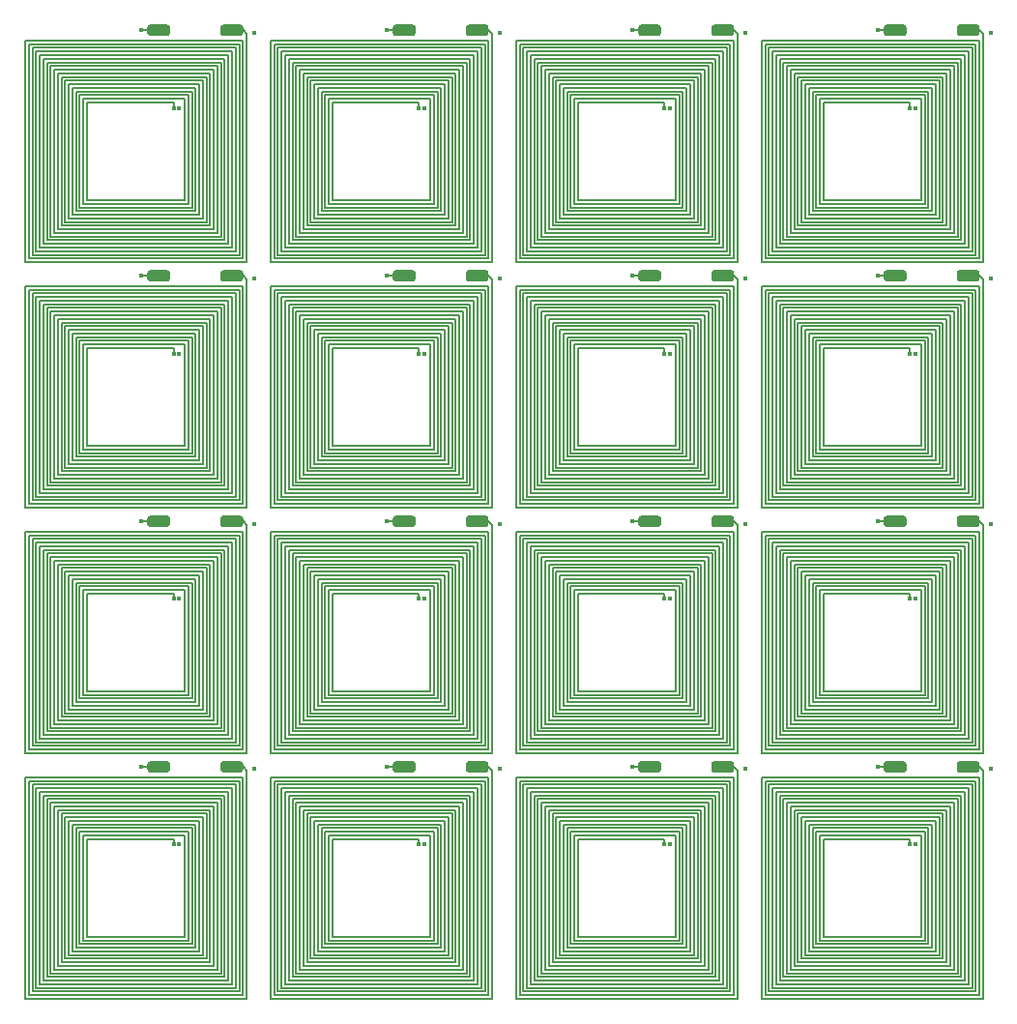
<source format=gbr>
%TF.GenerationSoftware,KiCad,Pcbnew,(5.1.10)-1*%
%TF.CreationDate,2021-11-01T22:44:31-04:00*%
%TF.ProjectId,PCB coil,50434220-636f-4696-9c2e-6b696361645f,rev?*%
%TF.SameCoordinates,Original*%
%TF.FileFunction,Copper,L4,Bot*%
%TF.FilePolarity,Positive*%
%FSLAX46Y46*%
G04 Gerber Fmt 4.6, Leading zero omitted, Abs format (unit mm)*
G04 Created by KiCad (PCBNEW (5.1.10)-1) date 2021-11-01 22:44:31*
%MOMM*%
%LPD*%
G01*
G04 APERTURE LIST*
%TA.AperFunction,ViaPad*%
%ADD10C,0.400000*%
%TD*%
%TA.AperFunction,Conductor*%
%ADD11C,0.152000*%
%TD*%
G04 APERTURE END LIST*
%TO.P,REF\u002A\u002A,1*%
%TO.N,N/C*%
%TA.AperFunction,SMDPad,CuDef*%
G36*
G01*
X29150000Y-31900000D02*
X30650000Y-31900000D01*
G75*
G02*
X30900000Y-32150000I0J-250000D01*
G01*
X30900000Y-32650000D01*
G75*
G02*
X30650000Y-32900000I-250000J0D01*
G01*
X29150000Y-32900000D01*
G75*
G02*
X28900000Y-32650000I0J250000D01*
G01*
X28900000Y-32150000D01*
G75*
G02*
X29150000Y-31900000I250000J0D01*
G01*
G37*
%TD.AperFunction*%
%TD*%
%TO.P,REF\u002A\u002A,1*%
%TO.N,N/C*%
%TA.AperFunction,SMDPad,CuDef*%
G36*
G01*
X22750000Y-31900000D02*
X24250000Y-31900000D01*
G75*
G02*
X24500000Y-32150000I0J-250000D01*
G01*
X24500000Y-32650000D01*
G75*
G02*
X24250000Y-32900000I-250000J0D01*
G01*
X22750000Y-32900000D01*
G75*
G02*
X22500000Y-32650000I0J250000D01*
G01*
X22500000Y-32150000D01*
G75*
G02*
X22750000Y-31900000I250000J0D01*
G01*
G37*
%TD.AperFunction*%
%TD*%
%TO.P,REF\u002A\u002A,1*%
%TO.N,N/C*%
%TA.AperFunction,SMDPad,CuDef*%
G36*
G01*
X72150000Y-31900000D02*
X73650000Y-31900000D01*
G75*
G02*
X73900000Y-32150000I0J-250000D01*
G01*
X73900000Y-32650000D01*
G75*
G02*
X73650000Y-32900000I-250000J0D01*
G01*
X72150000Y-32900000D01*
G75*
G02*
X71900000Y-32650000I0J250000D01*
G01*
X71900000Y-32150000D01*
G75*
G02*
X72150000Y-31900000I250000J0D01*
G01*
G37*
%TD.AperFunction*%
%TD*%
%TO.P,REF\u002A\u002A,1*%
%TO.N,N/C*%
%TA.AperFunction,SMDPad,CuDef*%
G36*
G01*
X50650000Y-31900000D02*
X52150000Y-31900000D01*
G75*
G02*
X52400000Y-32150000I0J-250000D01*
G01*
X52400000Y-32650000D01*
G75*
G02*
X52150000Y-32900000I-250000J0D01*
G01*
X50650000Y-32900000D01*
G75*
G02*
X50400000Y-32650000I0J250000D01*
G01*
X50400000Y-32150000D01*
G75*
G02*
X50650000Y-31900000I250000J0D01*
G01*
G37*
%TD.AperFunction*%
%TD*%
%TO.P,REF\u002A\u002A,1*%
%TO.N,N/C*%
%TA.AperFunction,SMDPad,CuDef*%
G36*
G01*
X7650000Y-53400000D02*
X9150000Y-53400000D01*
G75*
G02*
X9400000Y-53650000I0J-250000D01*
G01*
X9400000Y-54150000D01*
G75*
G02*
X9150000Y-54400000I-250000J0D01*
G01*
X7650000Y-54400000D01*
G75*
G02*
X7400000Y-54150000I0J250000D01*
G01*
X7400000Y-53650000D01*
G75*
G02*
X7650000Y-53400000I250000J0D01*
G01*
G37*
%TD.AperFunction*%
%TD*%
%TO.P,REF\u002A\u002A,1*%
%TO.N,N/C*%
%TA.AperFunction,SMDPad,CuDef*%
G36*
G01*
X65750000Y-31900000D02*
X67250000Y-31900000D01*
G75*
G02*
X67500000Y-32150000I0J-250000D01*
G01*
X67500000Y-32650000D01*
G75*
G02*
X67250000Y-32900000I-250000J0D01*
G01*
X65750000Y-32900000D01*
G75*
G02*
X65500000Y-32650000I0J250000D01*
G01*
X65500000Y-32150000D01*
G75*
G02*
X65750000Y-31900000I250000J0D01*
G01*
G37*
%TD.AperFunction*%
%TD*%
%TO.P,REF\u002A\u002A,1*%
%TO.N,N/C*%
%TA.AperFunction,SMDPad,CuDef*%
G36*
G01*
X44250000Y-31900000D02*
X45750000Y-31900000D01*
G75*
G02*
X46000000Y-32150000I0J-250000D01*
G01*
X46000000Y-32650000D01*
G75*
G02*
X45750000Y-32900000I-250000J0D01*
G01*
X44250000Y-32900000D01*
G75*
G02*
X44000000Y-32650000I0J250000D01*
G01*
X44000000Y-32150000D01*
G75*
G02*
X44250000Y-31900000I250000J0D01*
G01*
G37*
%TD.AperFunction*%
%TD*%
%TO.P,REF\u002A\u002A,1*%
%TO.N,N/C*%
%TA.AperFunction,SMDPad,CuDef*%
G36*
G01*
X65750000Y-53400000D02*
X67250000Y-53400000D01*
G75*
G02*
X67500000Y-53650000I0J-250000D01*
G01*
X67500000Y-54150000D01*
G75*
G02*
X67250000Y-54400000I-250000J0D01*
G01*
X65750000Y-54400000D01*
G75*
G02*
X65500000Y-54150000I0J250000D01*
G01*
X65500000Y-53650000D01*
G75*
G02*
X65750000Y-53400000I250000J0D01*
G01*
G37*
%TD.AperFunction*%
%TD*%
%TO.P,REF\u002A\u002A,1*%
%TO.N,N/C*%
%TA.AperFunction,SMDPad,CuDef*%
G36*
G01*
X44250000Y-53400000D02*
X45750000Y-53400000D01*
G75*
G02*
X46000000Y-53650000I0J-250000D01*
G01*
X46000000Y-54150000D01*
G75*
G02*
X45750000Y-54400000I-250000J0D01*
G01*
X44250000Y-54400000D01*
G75*
G02*
X44000000Y-54150000I0J250000D01*
G01*
X44000000Y-53650000D01*
G75*
G02*
X44250000Y-53400000I250000J0D01*
G01*
G37*
%TD.AperFunction*%
%TD*%
%TO.P,REF\u002A\u002A,1*%
%TO.N,N/C*%
%TA.AperFunction,SMDPad,CuDef*%
G36*
G01*
X22750000Y-53400000D02*
X24250000Y-53400000D01*
G75*
G02*
X24500000Y-53650000I0J-250000D01*
G01*
X24500000Y-54150000D01*
G75*
G02*
X24250000Y-54400000I-250000J0D01*
G01*
X22750000Y-54400000D01*
G75*
G02*
X22500000Y-54150000I0J250000D01*
G01*
X22500000Y-53650000D01*
G75*
G02*
X22750000Y-53400000I250000J0D01*
G01*
G37*
%TD.AperFunction*%
%TD*%
%TO.P,REF\u002A\u002A,1*%
%TO.N,N/C*%
%TA.AperFunction,SMDPad,CuDef*%
G36*
G01*
X50650000Y-53400000D02*
X52150000Y-53400000D01*
G75*
G02*
X52400000Y-53650000I0J-250000D01*
G01*
X52400000Y-54150000D01*
G75*
G02*
X52150000Y-54400000I-250000J0D01*
G01*
X50650000Y-54400000D01*
G75*
G02*
X50400000Y-54150000I0J250000D01*
G01*
X50400000Y-53650000D01*
G75*
G02*
X50650000Y-53400000I250000J0D01*
G01*
G37*
%TD.AperFunction*%
%TD*%
%TO.P,REF\u002A\u002A,1*%
%TO.N,N/C*%
%TA.AperFunction,SMDPad,CuDef*%
G36*
G01*
X29150000Y-53400000D02*
X30650000Y-53400000D01*
G75*
G02*
X30900000Y-53650000I0J-250000D01*
G01*
X30900000Y-54150000D01*
G75*
G02*
X30650000Y-54400000I-250000J0D01*
G01*
X29150000Y-54400000D01*
G75*
G02*
X28900000Y-54150000I0J250000D01*
G01*
X28900000Y-53650000D01*
G75*
G02*
X29150000Y-53400000I250000J0D01*
G01*
G37*
%TD.AperFunction*%
%TD*%
%TO.P,REF\u002A\u002A,1*%
%TO.N,N/C*%
%TA.AperFunction,SMDPad,CuDef*%
G36*
G01*
X72150000Y-53400000D02*
X73650000Y-53400000D01*
G75*
G02*
X73900000Y-53650000I0J-250000D01*
G01*
X73900000Y-54150000D01*
G75*
G02*
X73650000Y-54400000I-250000J0D01*
G01*
X72150000Y-54400000D01*
G75*
G02*
X71900000Y-54150000I0J250000D01*
G01*
X71900000Y-53650000D01*
G75*
G02*
X72150000Y-53400000I250000J0D01*
G01*
G37*
%TD.AperFunction*%
%TD*%
%TO.P,REF\u002A\u002A,1*%
%TO.N,N/C*%
%TA.AperFunction,SMDPad,CuDef*%
G36*
G01*
X1250000Y-31900000D02*
X2750000Y-31900000D01*
G75*
G02*
X3000000Y-32150000I0J-250000D01*
G01*
X3000000Y-32650000D01*
G75*
G02*
X2750000Y-32900000I-250000J0D01*
G01*
X1250000Y-32900000D01*
G75*
G02*
X1000000Y-32650000I0J250000D01*
G01*
X1000000Y-32150000D01*
G75*
G02*
X1250000Y-31900000I250000J0D01*
G01*
G37*
%TD.AperFunction*%
%TD*%
%TO.P,REF\u002A\u002A,1*%
%TO.N,N/C*%
%TA.AperFunction,SMDPad,CuDef*%
G36*
G01*
X1250000Y-53400000D02*
X2750000Y-53400000D01*
G75*
G02*
X3000000Y-53650000I0J-250000D01*
G01*
X3000000Y-54150000D01*
G75*
G02*
X2750000Y-54400000I-250000J0D01*
G01*
X1250000Y-54400000D01*
G75*
G02*
X1000000Y-54150000I0J250000D01*
G01*
X1000000Y-53650000D01*
G75*
G02*
X1250000Y-53400000I250000J0D01*
G01*
G37*
%TD.AperFunction*%
%TD*%
%TO.P,REF\u002A\u002A,1*%
%TO.N,N/C*%
%TA.AperFunction,SMDPad,CuDef*%
G36*
G01*
X7650000Y-31900000D02*
X9150000Y-31900000D01*
G75*
G02*
X9400000Y-32150000I0J-250000D01*
G01*
X9400000Y-32650000D01*
G75*
G02*
X9150000Y-32900000I-250000J0D01*
G01*
X7650000Y-32900000D01*
G75*
G02*
X7400000Y-32650000I0J250000D01*
G01*
X7400000Y-32150000D01*
G75*
G02*
X7650000Y-31900000I250000J0D01*
G01*
G37*
%TD.AperFunction*%
%TD*%
%TO.P,REF\u002A\u002A,1*%
%TO.N,N/C*%
%TA.AperFunction,SMDPad,CuDef*%
G36*
G01*
X29150000Y-10400000D02*
X30650000Y-10400000D01*
G75*
G02*
X30900000Y-10650000I0J-250000D01*
G01*
X30900000Y-11150000D01*
G75*
G02*
X30650000Y-11400000I-250000J0D01*
G01*
X29150000Y-11400000D01*
G75*
G02*
X28900000Y-11150000I0J250000D01*
G01*
X28900000Y-10650000D01*
G75*
G02*
X29150000Y-10400000I250000J0D01*
G01*
G37*
%TD.AperFunction*%
%TD*%
%TO.P,REF\u002A\u002A,1*%
%TO.N,N/C*%
%TA.AperFunction,SMDPad,CuDef*%
G36*
G01*
X22750000Y-10400000D02*
X24250000Y-10400000D01*
G75*
G02*
X24500000Y-10650000I0J-250000D01*
G01*
X24500000Y-11150000D01*
G75*
G02*
X24250000Y-11400000I-250000J0D01*
G01*
X22750000Y-11400000D01*
G75*
G02*
X22500000Y-11150000I0J250000D01*
G01*
X22500000Y-10650000D01*
G75*
G02*
X22750000Y-10400000I250000J0D01*
G01*
G37*
%TD.AperFunction*%
%TD*%
%TO.P,REF\u002A\u002A,1*%
%TO.N,N/C*%
%TA.AperFunction,SMDPad,CuDef*%
G36*
G01*
X72150000Y-10400000D02*
X73650000Y-10400000D01*
G75*
G02*
X73900000Y-10650000I0J-250000D01*
G01*
X73900000Y-11150000D01*
G75*
G02*
X73650000Y-11400000I-250000J0D01*
G01*
X72150000Y-11400000D01*
G75*
G02*
X71900000Y-11150000I0J250000D01*
G01*
X71900000Y-10650000D01*
G75*
G02*
X72150000Y-10400000I250000J0D01*
G01*
G37*
%TD.AperFunction*%
%TD*%
%TO.P,REF\u002A\u002A,1*%
%TO.N,N/C*%
%TA.AperFunction,SMDPad,CuDef*%
G36*
G01*
X50650000Y-10400000D02*
X52150000Y-10400000D01*
G75*
G02*
X52400000Y-10650000I0J-250000D01*
G01*
X52400000Y-11150000D01*
G75*
G02*
X52150000Y-11400000I-250000J0D01*
G01*
X50650000Y-11400000D01*
G75*
G02*
X50400000Y-11150000I0J250000D01*
G01*
X50400000Y-10650000D01*
G75*
G02*
X50650000Y-10400000I250000J0D01*
G01*
G37*
%TD.AperFunction*%
%TD*%
%TO.P,REF\u002A\u002A,1*%
%TO.N,N/C*%
%TA.AperFunction,SMDPad,CuDef*%
G36*
G01*
X65750000Y-10400000D02*
X67250000Y-10400000D01*
G75*
G02*
X67500000Y-10650000I0J-250000D01*
G01*
X67500000Y-11150000D01*
G75*
G02*
X67250000Y-11400000I-250000J0D01*
G01*
X65750000Y-11400000D01*
G75*
G02*
X65500000Y-11150000I0J250000D01*
G01*
X65500000Y-10650000D01*
G75*
G02*
X65750000Y-10400000I250000J0D01*
G01*
G37*
%TD.AperFunction*%
%TD*%
%TO.P,REF\u002A\u002A,1*%
%TO.N,N/C*%
%TA.AperFunction,SMDPad,CuDef*%
G36*
G01*
X44250000Y-10400000D02*
X45750000Y-10400000D01*
G75*
G02*
X46000000Y-10650000I0J-250000D01*
G01*
X46000000Y-11150000D01*
G75*
G02*
X45750000Y-11400000I-250000J0D01*
G01*
X44250000Y-11400000D01*
G75*
G02*
X44000000Y-11150000I0J250000D01*
G01*
X44000000Y-10650000D01*
G75*
G02*
X44250000Y-10400000I250000J0D01*
G01*
G37*
%TD.AperFunction*%
%TD*%
%TO.P,REF\u002A\u002A,1*%
%TO.N,N/C*%
%TA.AperFunction,SMDPad,CuDef*%
G36*
G01*
X1250000Y-10400000D02*
X2750000Y-10400000D01*
G75*
G02*
X3000000Y-10650000I0J-250000D01*
G01*
X3000000Y-11150000D01*
G75*
G02*
X2750000Y-11400000I-250000J0D01*
G01*
X1250000Y-11400000D01*
G75*
G02*
X1000000Y-11150000I0J250000D01*
G01*
X1000000Y-10650000D01*
G75*
G02*
X1250000Y-10400000I250000J0D01*
G01*
G37*
%TD.AperFunction*%
%TD*%
%TO.P,REF\u002A\u002A,1*%
%TO.N,N/C*%
%TA.AperFunction,SMDPad,CuDef*%
G36*
G01*
X7650000Y-10400000D02*
X9150000Y-10400000D01*
G75*
G02*
X9400000Y-10650000I0J-250000D01*
G01*
X9400000Y-11150000D01*
G75*
G02*
X9150000Y-11400000I-250000J0D01*
G01*
X7650000Y-11400000D01*
G75*
G02*
X7400000Y-11150000I0J250000D01*
G01*
X7400000Y-10650000D01*
G75*
G02*
X7650000Y-10400000I250000J0D01*
G01*
G37*
%TD.AperFunction*%
%TD*%
%TO.P,REF\u002A\u002A,1*%
%TO.N,N/C*%
%TA.AperFunction,SMDPad,CuDef*%
G36*
G01*
X72150000Y11100000D02*
X73650000Y11100000D01*
G75*
G02*
X73900000Y10850000I0J-250000D01*
G01*
X73900000Y10350000D01*
G75*
G02*
X73650000Y10100000I-250000J0D01*
G01*
X72150000Y10100000D01*
G75*
G02*
X71900000Y10350000I0J250000D01*
G01*
X71900000Y10850000D01*
G75*
G02*
X72150000Y11100000I250000J0D01*
G01*
G37*
%TD.AperFunction*%
%TD*%
%TO.P,REF\u002A\u002A,1*%
%TO.N,N/C*%
%TA.AperFunction,SMDPad,CuDef*%
G36*
G01*
X65750000Y11100000D02*
X67250000Y11100000D01*
G75*
G02*
X67500000Y10850000I0J-250000D01*
G01*
X67500000Y10350000D01*
G75*
G02*
X67250000Y10100000I-250000J0D01*
G01*
X65750000Y10100000D01*
G75*
G02*
X65500000Y10350000I0J250000D01*
G01*
X65500000Y10850000D01*
G75*
G02*
X65750000Y11100000I250000J0D01*
G01*
G37*
%TD.AperFunction*%
%TD*%
%TO.P,REF\u002A\u002A,1*%
%TO.N,N/C*%
%TA.AperFunction,SMDPad,CuDef*%
G36*
G01*
X44250000Y11100000D02*
X45750000Y11100000D01*
G75*
G02*
X46000000Y10850000I0J-250000D01*
G01*
X46000000Y10350000D01*
G75*
G02*
X45750000Y10100000I-250000J0D01*
G01*
X44250000Y10100000D01*
G75*
G02*
X44000000Y10350000I0J250000D01*
G01*
X44000000Y10850000D01*
G75*
G02*
X44250000Y11100000I250000J0D01*
G01*
G37*
%TD.AperFunction*%
%TD*%
%TO.P,REF\u002A\u002A,1*%
%TO.N,N/C*%
%TA.AperFunction,SMDPad,CuDef*%
G36*
G01*
X50650000Y11100000D02*
X52150000Y11100000D01*
G75*
G02*
X52400000Y10850000I0J-250000D01*
G01*
X52400000Y10350000D01*
G75*
G02*
X52150000Y10100000I-250000J0D01*
G01*
X50650000Y10100000D01*
G75*
G02*
X50400000Y10350000I0J250000D01*
G01*
X50400000Y10850000D01*
G75*
G02*
X50650000Y11100000I250000J0D01*
G01*
G37*
%TD.AperFunction*%
%TD*%
%TO.P,REF\u002A\u002A,1*%
%TO.N,N/C*%
%TA.AperFunction,SMDPad,CuDef*%
G36*
G01*
X22750000Y11100000D02*
X24250000Y11100000D01*
G75*
G02*
X24500000Y10850000I0J-250000D01*
G01*
X24500000Y10350000D01*
G75*
G02*
X24250000Y10100000I-250000J0D01*
G01*
X22750000Y10100000D01*
G75*
G02*
X22500000Y10350000I0J250000D01*
G01*
X22500000Y10850000D01*
G75*
G02*
X22750000Y11100000I250000J0D01*
G01*
G37*
%TD.AperFunction*%
%TD*%
%TO.P,REF\u002A\u002A,1*%
%TO.N,N/C*%
%TA.AperFunction,SMDPad,CuDef*%
G36*
G01*
X29150000Y11100000D02*
X30650000Y11100000D01*
G75*
G02*
X30900000Y10850000I0J-250000D01*
G01*
X30900000Y10350000D01*
G75*
G02*
X30650000Y10100000I-250000J0D01*
G01*
X29150000Y10100000D01*
G75*
G02*
X28900000Y10350000I0J250000D01*
G01*
X28900000Y10850000D01*
G75*
G02*
X29150000Y11100000I250000J0D01*
G01*
G37*
%TD.AperFunction*%
%TD*%
%TO.P,REF\u002A\u002A,1*%
%TO.N,N/C*%
%TA.AperFunction,SMDPad,CuDef*%
G36*
G01*
X1250000Y11100000D02*
X2750000Y11100000D01*
G75*
G02*
X3000000Y10850000I0J-250000D01*
G01*
X3000000Y10350000D01*
G75*
G02*
X2750000Y10100000I-250000J0D01*
G01*
X1250000Y10100000D01*
G75*
G02*
X1000000Y10350000I0J250000D01*
G01*
X1000000Y10850000D01*
G75*
G02*
X1250000Y11100000I250000J0D01*
G01*
G37*
%TD.AperFunction*%
%TD*%
%TO.P,REF\u002A\u002A,1*%
%TO.N,N/C*%
%TA.AperFunction,SMDPad,CuDef*%
G36*
G01*
X7650000Y11100000D02*
X9150000Y11100000D01*
G75*
G02*
X9400000Y10850000I0J-250000D01*
G01*
X9400000Y10350000D01*
G75*
G02*
X9150000Y10100000I-250000J0D01*
G01*
X7650000Y10100000D01*
G75*
G02*
X7400000Y10350000I0J250000D01*
G01*
X7400000Y10850000D01*
G75*
G02*
X7650000Y11100000I250000J0D01*
G01*
G37*
%TD.AperFunction*%
%TD*%
D10*
%TO.N,*%
X3300000Y3800000D03*
X10400000Y10400000D03*
X3800000Y3800000D03*
X500000Y10600000D03*
X24800000Y3800000D03*
X31900000Y10400000D03*
X22000000Y10600000D03*
X25300000Y3800000D03*
X74900000Y10400000D03*
X67800000Y3800000D03*
X68300000Y3800000D03*
X65000000Y10600000D03*
X46300000Y3800000D03*
X53400000Y10400000D03*
X43500000Y10600000D03*
X46800000Y3800000D03*
X68300000Y-17700000D03*
X31900000Y-11100000D03*
X74900000Y-11100000D03*
X67800000Y-17700000D03*
X65000000Y-10900000D03*
X46300000Y-17700000D03*
X24800000Y-17700000D03*
X46800000Y-17700000D03*
X25300000Y-17700000D03*
X22000000Y-10900000D03*
X43500000Y-10900000D03*
X53400000Y-11100000D03*
X3300000Y-17700000D03*
X10400000Y-11100000D03*
X500000Y-10900000D03*
X3800000Y-17700000D03*
X68300000Y-39200000D03*
X31900000Y-32600000D03*
X74900000Y-32600000D03*
X67800000Y-39200000D03*
X31900000Y-54100000D03*
X74900000Y-54100000D03*
X65000000Y-32400000D03*
X10400000Y-54100000D03*
X65000000Y-53900000D03*
X46300000Y-39200000D03*
X46300000Y-60700000D03*
X53400000Y-54100000D03*
X3300000Y-60700000D03*
X3800000Y-60700000D03*
X24800000Y-39200000D03*
X46800000Y-39200000D03*
X67800000Y-60700000D03*
X46800000Y-60700000D03*
X22000000Y-53900000D03*
X500000Y-53900000D03*
X25300000Y-39200000D03*
X22000000Y-32400000D03*
X25300000Y-60700000D03*
X43500000Y-32400000D03*
X53400000Y-32600000D03*
X68300000Y-60700000D03*
X24800000Y-60700000D03*
X43500000Y-53900000D03*
X3300000Y-39200000D03*
X10400000Y-32600000D03*
X500000Y-32400000D03*
X3800000Y-39200000D03*
%TD*%
D11*
%TO.N,*%
X9400000Y10600000D02*
X8400000Y10600000D01*
X9700000Y10300000D02*
X9400000Y10600000D01*
X9700000Y-9700000D02*
X9700000Y10300000D01*
X-9700000Y-9700000D02*
X9700000Y-9700000D01*
X-9700000Y9700000D02*
X-9700000Y-9700000D01*
X9381059Y9700000D02*
X-9700000Y9700000D01*
X9381059Y-9381059D02*
X9381059Y9700000D01*
X-9381059Y-9381059D02*
X9381059Y-9381059D01*
X-9381059Y9381059D02*
X-9381059Y-9381059D01*
X9062118Y9381059D02*
X-9381059Y9381059D01*
X9062118Y-9062118D02*
X9062118Y9381059D01*
X-9062118Y-9062118D02*
X9062118Y-9062118D01*
X-9062118Y9062118D02*
X-9062118Y-9062118D01*
X8743176Y9062118D02*
X-9062118Y9062118D01*
X8743176Y-8743176D02*
X8743176Y9062118D01*
X-8743176Y-8743176D02*
X8743176Y-8743176D01*
X6191647Y-6191647D02*
X6191647Y6510588D01*
X4278000Y4596941D02*
X-4596941Y4596941D01*
X-6191647Y-6191647D02*
X6191647Y-6191647D01*
X-6191647Y6191647D02*
X-6191647Y-6191647D01*
X5872706Y6191647D02*
X-6191647Y6191647D01*
X5872706Y-5872706D02*
X5872706Y6191647D01*
X-5872706Y-5872706D02*
X5872706Y-5872706D01*
X-5872706Y5872706D02*
X-5872706Y-5872706D01*
X5553765Y-5553765D02*
X5553765Y5872706D01*
X-5553765Y-5553765D02*
X5553765Y-5553765D01*
X5234824Y5553765D02*
X-5553765Y5553765D01*
X5234824Y-5234824D02*
X5234824Y5553765D01*
X-5234824Y-5234824D02*
X5234824Y-5234824D01*
X4915882Y5234824D02*
X-5234824Y5234824D01*
X5553765Y5872706D02*
X-5872706Y5872706D01*
X3300000Y3800000D02*
X3300000Y4278000D01*
X7467412Y-7467412D02*
X7467412Y7786353D01*
X3300000Y4278000D02*
X-4278000Y4278000D01*
X-5234824Y5234824D02*
X-5234824Y-5234824D01*
X-8424235Y-8424235D02*
X8424235Y-8424235D01*
X-4278000Y4278000D02*
X-4278000Y-4278000D01*
X4278000Y-4278000D02*
X4278000Y4596941D01*
X-4596941Y4596941D02*
X-4596941Y-4596941D01*
X-4278000Y-4278000D02*
X4278000Y-4278000D01*
X-8105294Y-8105294D02*
X8105294Y-8105294D01*
X-4915882Y-4915882D02*
X4915882Y-4915882D01*
X-5553765Y5553765D02*
X-5553765Y-5553765D01*
X-4596941Y-4596941D02*
X4596941Y-4596941D01*
X4596941Y-4596941D02*
X4596941Y4915882D01*
X4596941Y4915882D02*
X-4915882Y4915882D01*
X-4915882Y4915882D02*
X-4915882Y-4915882D01*
X4915882Y-4915882D02*
X4915882Y5234824D01*
X6191647Y6510588D02*
X-6510588Y6510588D01*
X-6510588Y6510588D02*
X-6510588Y-6510588D01*
X-6510588Y-6510588D02*
X6510588Y-6510588D01*
X6510588Y-6510588D02*
X6510588Y6829529D01*
X6510588Y6829529D02*
X-6829529Y6829529D01*
X-6829529Y6829529D02*
X-6829529Y-6829529D01*
X-6829529Y-6829529D02*
X6829529Y-6829529D01*
X6829529Y-6829529D02*
X6829529Y7148471D01*
X6829529Y7148471D02*
X-7148471Y7148471D01*
X-7148471Y7148471D02*
X-7148471Y-7148471D01*
X-7148471Y-7148471D02*
X7148471Y-7148471D01*
X7148471Y-7148471D02*
X7148471Y7467412D01*
X-8424235Y8424235D02*
X-8424235Y-8424235D01*
X7148471Y7467412D02*
X-7467412Y7467412D01*
X-7467412Y7467412D02*
X-7467412Y-7467412D01*
X-7467412Y-7467412D02*
X7467412Y-7467412D01*
X7467412Y7786353D02*
X-7786353Y7786353D01*
X-7786353Y7786353D02*
X-7786353Y-7786353D01*
X-7786353Y-7786353D02*
X7786353Y-7786353D01*
X7786353Y-7786353D02*
X7786353Y8105294D01*
X7786353Y8105294D02*
X-8105294Y8105294D01*
X-8105294Y8105294D02*
X-8105294Y-8105294D01*
X8424235Y-8424235D02*
X8424235Y8743176D01*
X8105294Y-8105294D02*
X8105294Y8424235D01*
X8105294Y8424235D02*
X-8424235Y8424235D01*
X8424235Y8743176D02*
X-8743176Y8743176D01*
X-8743176Y8743176D02*
X-8743176Y-8743176D01*
X500000Y10600000D02*
X2000000Y10600000D01*
X15308353Y-6191647D02*
X27691647Y-6191647D01*
X25778000Y4596941D02*
X16903059Y4596941D01*
X16265176Y5234824D02*
X16265176Y-5234824D01*
X17222000Y4278000D02*
X17222000Y-4278000D01*
X16584118Y-4915882D02*
X26415882Y-4915882D01*
X15946235Y5553765D02*
X15946235Y-5553765D01*
X26096941Y-4596941D02*
X26096941Y4915882D01*
X16903059Y4596941D02*
X16903059Y-4596941D01*
X16903059Y-4596941D02*
X26096941Y-4596941D01*
X26096941Y4915882D02*
X16584118Y4915882D01*
X30562118Y-9062118D02*
X30562118Y9381059D01*
X31200000Y-9700000D02*
X31200000Y10300000D01*
X11800000Y9700000D02*
X11800000Y-9700000D01*
X15627294Y-5872706D02*
X27372706Y-5872706D01*
X27053765Y5872706D02*
X15627294Y5872706D01*
X25778000Y-4278000D02*
X25778000Y4596941D01*
X15946235Y-5553765D02*
X27053765Y-5553765D01*
X13394706Y-8105294D02*
X29605294Y-8105294D01*
X16584118Y4915882D02*
X16584118Y-4915882D01*
X16265176Y-5234824D02*
X26734824Y-5234824D01*
X27372706Y6191647D02*
X15308353Y6191647D01*
X30900000Y10600000D02*
X29900000Y10600000D01*
X12437882Y-9062118D02*
X30562118Y-9062118D01*
X27372706Y-5872706D02*
X27372706Y6191647D01*
X12756824Y-8743176D02*
X30243176Y-8743176D01*
X26415882Y5234824D02*
X16265176Y5234824D01*
X30243176Y9062118D02*
X12437882Y9062118D01*
X11800000Y-9700000D02*
X31200000Y-9700000D01*
X12118941Y-9381059D02*
X30881059Y-9381059D01*
X12437882Y9062118D02*
X12437882Y-9062118D01*
X30243176Y-8743176D02*
X30243176Y9062118D01*
X30562118Y9381059D02*
X12118941Y9381059D01*
X27691647Y-6191647D02*
X27691647Y6510588D01*
X30881059Y9700000D02*
X11800000Y9700000D01*
X15627294Y5872706D02*
X15627294Y-5872706D01*
X30881059Y-9381059D02*
X30881059Y9700000D01*
X26734824Y-5234824D02*
X26734824Y5553765D01*
X31200000Y10300000D02*
X30900000Y10600000D01*
X24800000Y3800000D02*
X24800000Y4278000D01*
X15308353Y6191647D02*
X15308353Y-6191647D01*
X28967412Y-7467412D02*
X28967412Y7786353D01*
X24800000Y4278000D02*
X17222000Y4278000D01*
X13075765Y-8424235D02*
X29924235Y-8424235D01*
X26734824Y5553765D02*
X15946235Y5553765D01*
X12118941Y9381059D02*
X12118941Y-9381059D01*
X17222000Y-4278000D02*
X25778000Y-4278000D01*
X27053765Y-5553765D02*
X27053765Y5872706D01*
X28648471Y7467412D02*
X14032588Y7467412D01*
X28329529Y-6829529D02*
X28329529Y7148471D01*
X14032588Y7467412D02*
X14032588Y-7467412D01*
X13713647Y7786353D02*
X13713647Y-7786353D01*
X28329529Y7148471D02*
X14351529Y7148471D01*
X29605294Y-8105294D02*
X29605294Y8424235D01*
X12756824Y8743176D02*
X12756824Y-8743176D01*
X14351529Y7148471D02*
X14351529Y-7148471D01*
X28967412Y7786353D02*
X13713647Y7786353D01*
X13713647Y-7786353D02*
X29286353Y-7786353D01*
X13075765Y8424235D02*
X13075765Y-8424235D01*
X28010588Y6829529D02*
X14670471Y6829529D01*
X28648471Y-7148471D02*
X28648471Y7467412D01*
X29924235Y-8424235D02*
X29924235Y8743176D01*
X29605294Y8424235D02*
X13075765Y8424235D01*
X13394706Y8105294D02*
X13394706Y-8105294D01*
X14670471Y-6829529D02*
X28329529Y-6829529D01*
X28010588Y-6510588D02*
X28010588Y6829529D01*
X14670471Y6829529D02*
X14670471Y-6829529D01*
X29286353Y8105294D02*
X13394706Y8105294D01*
X26415882Y-4915882D02*
X26415882Y5234824D01*
X29924235Y8743176D02*
X12756824Y8743176D01*
X27691647Y6510588D02*
X14989412Y6510588D01*
X22000000Y10600000D02*
X23500000Y10600000D01*
X14032588Y-7467412D02*
X28967412Y-7467412D01*
X14989412Y6510588D02*
X14989412Y-6510588D01*
X14989412Y-6510588D02*
X28010588Y-6510588D01*
X14351529Y-7148471D02*
X28648471Y-7148471D01*
X29286353Y-7786353D02*
X29286353Y8105294D01*
X54800000Y-9700000D02*
X74200000Y-9700000D01*
X73243176Y9062118D02*
X55437882Y9062118D01*
X59584118Y-4915882D02*
X69415882Y-4915882D01*
X73900000Y10600000D02*
X72900000Y10600000D01*
X70372706Y-5872706D02*
X70372706Y6191647D01*
X60222000Y4278000D02*
X60222000Y-4278000D01*
X73562118Y-9062118D02*
X73562118Y9381059D01*
X59584118Y4915882D02*
X59584118Y-4915882D01*
X58627294Y-5872706D02*
X70372706Y-5872706D01*
X55437882Y9062118D02*
X55437882Y-9062118D01*
X55118941Y-9381059D02*
X73881059Y-9381059D01*
X69096941Y4915882D02*
X59584118Y4915882D01*
X73243176Y-8743176D02*
X73243176Y9062118D01*
X59903059Y4596941D02*
X59903059Y-4596941D01*
X59903059Y-4596941D02*
X69096941Y-4596941D01*
X58308353Y-6191647D02*
X70691647Y-6191647D01*
X58946235Y-5553765D02*
X70053765Y-5553765D01*
X70372706Y6191647D02*
X58308353Y6191647D01*
X68778000Y4596941D02*
X59903059Y4596941D01*
X74200000Y-9700000D02*
X74200000Y10300000D01*
X56394706Y-8105294D02*
X72605294Y-8105294D01*
X69096941Y-4596941D02*
X69096941Y4915882D01*
X59265176Y-5234824D02*
X69734824Y-5234824D01*
X55437882Y-9062118D02*
X73562118Y-9062118D01*
X58946235Y5553765D02*
X58946235Y-5553765D01*
X59265176Y5234824D02*
X59265176Y-5234824D01*
X54800000Y9700000D02*
X54800000Y-9700000D01*
X55756824Y-8743176D02*
X73243176Y-8743176D01*
X69415882Y5234824D02*
X59265176Y5234824D01*
X73562118Y9381059D02*
X55118941Y9381059D01*
X70691647Y-6191647D02*
X70691647Y6510588D01*
X73881059Y9700000D02*
X54800000Y9700000D01*
X70053765Y5872706D02*
X58627294Y5872706D01*
X68778000Y-4278000D02*
X68778000Y4596941D01*
X58627294Y5872706D02*
X58627294Y-5872706D01*
X36808353Y-6191647D02*
X49191647Y-6191647D01*
X47278000Y4596941D02*
X38403059Y4596941D01*
X37765176Y5234824D02*
X37765176Y-5234824D01*
X38722000Y4278000D02*
X38722000Y-4278000D01*
X38084118Y-4915882D02*
X47915882Y-4915882D01*
X37446235Y5553765D02*
X37446235Y-5553765D01*
X47596941Y-4596941D02*
X47596941Y4915882D01*
X38403059Y4596941D02*
X38403059Y-4596941D01*
X38403059Y-4596941D02*
X47596941Y-4596941D01*
X47596941Y4915882D02*
X38084118Y4915882D01*
X52062118Y-9062118D02*
X52062118Y9381059D01*
X52700000Y-9700000D02*
X52700000Y10300000D01*
X33300000Y9700000D02*
X33300000Y-9700000D01*
X37127294Y-5872706D02*
X48872706Y-5872706D01*
X48553765Y5872706D02*
X37127294Y5872706D01*
X47278000Y-4278000D02*
X47278000Y4596941D01*
X37446235Y-5553765D02*
X48553765Y-5553765D01*
X34894706Y-8105294D02*
X51105294Y-8105294D01*
X38084118Y4915882D02*
X38084118Y-4915882D01*
X37765176Y-5234824D02*
X48234824Y-5234824D01*
X48872706Y6191647D02*
X36808353Y6191647D01*
X52400000Y10600000D02*
X51400000Y10600000D01*
X33937882Y-9062118D02*
X52062118Y-9062118D01*
X48872706Y-5872706D02*
X48872706Y6191647D01*
X34256824Y-8743176D02*
X51743176Y-8743176D01*
X47915882Y5234824D02*
X37765176Y5234824D01*
X51743176Y9062118D02*
X33937882Y9062118D01*
X33300000Y-9700000D02*
X52700000Y-9700000D01*
X33618941Y-9381059D02*
X52381059Y-9381059D01*
X33937882Y9062118D02*
X33937882Y-9062118D01*
X51743176Y-8743176D02*
X51743176Y9062118D01*
X52062118Y9381059D02*
X33618941Y9381059D01*
X49191647Y-6191647D02*
X49191647Y6510588D01*
X52381059Y9700000D02*
X33300000Y9700000D01*
X37127294Y5872706D02*
X37127294Y-5872706D01*
X52381059Y-9381059D02*
X52381059Y9700000D01*
X48234824Y-5234824D02*
X48234824Y5553765D01*
X52700000Y10300000D02*
X52400000Y10600000D01*
X46300000Y3800000D02*
X46300000Y4278000D01*
X36808353Y6191647D02*
X36808353Y-6191647D01*
X50467412Y-7467412D02*
X50467412Y7786353D01*
X46300000Y4278000D02*
X38722000Y4278000D01*
X34575765Y-8424235D02*
X51424235Y-8424235D01*
X48234824Y5553765D02*
X37446235Y5553765D01*
X33618941Y9381059D02*
X33618941Y-9381059D01*
X38722000Y-4278000D02*
X47278000Y-4278000D01*
X48553765Y-5553765D02*
X48553765Y5872706D01*
X50148471Y7467412D02*
X35532588Y7467412D01*
X49829529Y-6829529D02*
X49829529Y7148471D01*
X35532588Y7467412D02*
X35532588Y-7467412D01*
X35213647Y7786353D02*
X35213647Y-7786353D01*
X49829529Y7148471D02*
X35851529Y7148471D01*
X51105294Y-8105294D02*
X51105294Y8424235D01*
X34256824Y8743176D02*
X34256824Y-8743176D01*
X35851529Y7148471D02*
X35851529Y-7148471D01*
X50467412Y7786353D02*
X35213647Y7786353D01*
X35213647Y-7786353D02*
X50786353Y-7786353D01*
X34575765Y8424235D02*
X34575765Y-8424235D01*
X49510588Y6829529D02*
X36170471Y6829529D01*
X50148471Y-7148471D02*
X50148471Y7467412D01*
X51424235Y-8424235D02*
X51424235Y8743176D01*
X51105294Y8424235D02*
X34575765Y8424235D01*
X34894706Y8105294D02*
X34894706Y-8105294D01*
X36170471Y-6829529D02*
X49829529Y-6829529D01*
X49510588Y-6510588D02*
X49510588Y6829529D01*
X36170471Y6829529D02*
X36170471Y-6829529D01*
X50786353Y8105294D02*
X34894706Y8105294D01*
X47915882Y-4915882D02*
X47915882Y5234824D01*
X51424235Y8743176D02*
X34256824Y8743176D01*
X49191647Y6510588D02*
X36489412Y6510588D01*
X43500000Y10600000D02*
X45000000Y10600000D01*
X35532588Y-7467412D02*
X50467412Y-7467412D01*
X36489412Y6510588D02*
X36489412Y-6510588D01*
X36489412Y-6510588D02*
X49510588Y-6510588D01*
X35851529Y-7148471D02*
X50148471Y-7148471D01*
X50786353Y-7786353D02*
X50786353Y8105294D01*
X71329529Y-6829529D02*
X71329529Y7148471D01*
X56075765Y8424235D02*
X56075765Y-8424235D01*
X71010588Y6829529D02*
X57670471Y6829529D01*
X71967412Y-7467412D02*
X71967412Y7786353D01*
X72605294Y-8105294D02*
X72605294Y8424235D01*
X72605294Y8424235D02*
X56075765Y8424235D01*
X57670471Y-6829529D02*
X71329529Y-6829529D01*
X65000000Y10600000D02*
X66500000Y10600000D01*
X74200000Y10300000D02*
X73900000Y10600000D01*
X57351529Y7148471D02*
X57351529Y-7148471D01*
X71010588Y-6510588D02*
X71010588Y6829529D01*
X57989412Y-6510588D02*
X71010588Y-6510588D01*
X72286353Y8105294D02*
X56394706Y8105294D01*
X60222000Y-4278000D02*
X68778000Y-4278000D01*
X73881059Y-9381059D02*
X73881059Y9700000D01*
X70053765Y-5553765D02*
X70053765Y5872706D01*
X69415882Y-4915882D02*
X69415882Y5234824D01*
X72924235Y8743176D02*
X55756824Y8743176D01*
X72924235Y-8424235D02*
X72924235Y8743176D01*
X57670471Y6829529D02*
X57670471Y-6829529D01*
X57351529Y-7148471D02*
X71648471Y-7148471D01*
X56394706Y8105294D02*
X56394706Y-8105294D01*
X69734824Y-5234824D02*
X69734824Y5553765D01*
X67800000Y3800000D02*
X67800000Y4278000D01*
X56075765Y-8424235D02*
X72924235Y-8424235D01*
X55118941Y9381059D02*
X55118941Y-9381059D01*
X57032588Y7467412D02*
X57032588Y-7467412D01*
X56713647Y7786353D02*
X56713647Y-7786353D01*
X71329529Y7148471D02*
X57351529Y7148471D01*
X71967412Y7786353D02*
X56713647Y7786353D01*
X70691647Y6510588D02*
X57989412Y6510588D01*
X58308353Y6191647D02*
X58308353Y-6191647D01*
X57032588Y-7467412D02*
X71967412Y-7467412D01*
X72286353Y-7786353D02*
X72286353Y8105294D01*
X71648471Y7467412D02*
X57032588Y7467412D01*
X69734824Y5553765D02*
X58946235Y5553765D01*
X71648471Y-7148471D02*
X71648471Y7467412D01*
X57989412Y6510588D02*
X57989412Y-6510588D01*
X67800000Y4278000D02*
X60222000Y4278000D01*
X55756824Y8743176D02*
X55756824Y-8743176D01*
X56713647Y-7786353D02*
X72286353Y-7786353D01*
X11800000Y-31200000D02*
X31200000Y-31200000D01*
X30243176Y-12437882D02*
X12437882Y-12437882D01*
X16584118Y-26415882D02*
X26415882Y-26415882D01*
X30900000Y-10900000D02*
X29900000Y-10900000D01*
X27372706Y-27372706D02*
X27372706Y-15308353D01*
X17222000Y-17222000D02*
X17222000Y-25778000D01*
X30562118Y-30562118D02*
X30562118Y-12118941D01*
X16584118Y-16584118D02*
X16584118Y-26415882D01*
X15627294Y-27372706D02*
X27372706Y-27372706D01*
X12437882Y-12437882D02*
X12437882Y-30562118D01*
X12118941Y-30881059D02*
X30881059Y-30881059D01*
X26096941Y-16584118D02*
X16584118Y-16584118D01*
X30243176Y-30243176D02*
X30243176Y-12437882D01*
X16903059Y-16903059D02*
X16903059Y-26096941D01*
X16903059Y-26096941D02*
X26096941Y-26096941D01*
X15308353Y-27691647D02*
X27691647Y-27691647D01*
X15946235Y-27053765D02*
X27053765Y-27053765D01*
X27372706Y-15308353D02*
X15308353Y-15308353D01*
X25778000Y-16903059D02*
X16903059Y-16903059D01*
X31200000Y-31200000D02*
X31200000Y-11200000D01*
X13394706Y-29605294D02*
X29605294Y-29605294D01*
X26096941Y-26096941D02*
X26096941Y-16584118D01*
X16265176Y-26734824D02*
X26734824Y-26734824D01*
X12437882Y-30562118D02*
X30562118Y-30562118D01*
X15946235Y-15946235D02*
X15946235Y-27053765D01*
X16265176Y-16265176D02*
X16265176Y-26734824D01*
X11800000Y-11800000D02*
X11800000Y-31200000D01*
X12756824Y-30243176D02*
X30243176Y-30243176D01*
X26415882Y-16265176D02*
X16265176Y-16265176D01*
X30562118Y-12118941D02*
X12118941Y-12118941D01*
X27691647Y-27691647D02*
X27691647Y-14989412D01*
X30881059Y-11800000D02*
X11800000Y-11800000D01*
X27053765Y-15627294D02*
X15627294Y-15627294D01*
X25778000Y-25778000D02*
X25778000Y-16903059D01*
X15627294Y-15627294D02*
X15627294Y-27372706D01*
X-6191647Y-27691647D02*
X6191647Y-27691647D01*
X4278000Y-16903059D02*
X-4596941Y-16903059D01*
X-5234824Y-16265176D02*
X-5234824Y-26734824D01*
X-4278000Y-17222000D02*
X-4278000Y-25778000D01*
X-4915882Y-26415882D02*
X4915882Y-26415882D01*
X-5553765Y-15946235D02*
X-5553765Y-27053765D01*
X4596941Y-26096941D02*
X4596941Y-16584118D01*
X-4596941Y-16903059D02*
X-4596941Y-26096941D01*
X-4596941Y-26096941D02*
X4596941Y-26096941D01*
X4596941Y-16584118D02*
X-4915882Y-16584118D01*
X9062118Y-30562118D02*
X9062118Y-12118941D01*
X9700000Y-31200000D02*
X9700000Y-11200000D01*
X-9700000Y-11800000D02*
X-9700000Y-31200000D01*
X-5872706Y-27372706D02*
X5872706Y-27372706D01*
X5553765Y-15627294D02*
X-5872706Y-15627294D01*
X4278000Y-25778000D02*
X4278000Y-16903059D01*
X-5553765Y-27053765D02*
X5553765Y-27053765D01*
X-8105294Y-29605294D02*
X8105294Y-29605294D01*
X-4915882Y-16584118D02*
X-4915882Y-26415882D01*
X-5234824Y-26734824D02*
X5234824Y-26734824D01*
X5872706Y-15308353D02*
X-6191647Y-15308353D01*
X9400000Y-10900000D02*
X8400000Y-10900000D01*
X-9062118Y-30562118D02*
X9062118Y-30562118D01*
X5872706Y-27372706D02*
X5872706Y-15308353D01*
X-8743176Y-30243176D02*
X8743176Y-30243176D01*
X4915882Y-16265176D02*
X-5234824Y-16265176D01*
X8743176Y-12437882D02*
X-9062118Y-12437882D01*
X-9700000Y-31200000D02*
X9700000Y-31200000D01*
X-9381059Y-30881059D02*
X9381059Y-30881059D01*
X-9062118Y-12437882D02*
X-9062118Y-30562118D01*
X8743176Y-30243176D02*
X8743176Y-12437882D01*
X9062118Y-12118941D02*
X-9381059Y-12118941D01*
X6191647Y-27691647D02*
X6191647Y-14989412D01*
X9381059Y-11800000D02*
X-9700000Y-11800000D01*
X-5872706Y-15627294D02*
X-5872706Y-27372706D01*
X9381059Y-30881059D02*
X9381059Y-11800000D01*
X5234824Y-26734824D02*
X5234824Y-15946235D01*
X9700000Y-11200000D02*
X9400000Y-10900000D01*
X3300000Y-17700000D02*
X3300000Y-17222000D01*
X-6191647Y-15308353D02*
X-6191647Y-27691647D01*
X7467412Y-28967412D02*
X7467412Y-13713647D01*
X3300000Y-17222000D02*
X-4278000Y-17222000D01*
X-8424235Y-29924235D02*
X8424235Y-29924235D01*
X5234824Y-15946235D02*
X-5553765Y-15946235D01*
X-9381059Y-12118941D02*
X-9381059Y-30881059D01*
X-4278000Y-25778000D02*
X4278000Y-25778000D01*
X5553765Y-27053765D02*
X5553765Y-15627294D01*
X7148471Y-14032588D02*
X-7467412Y-14032588D01*
X6829529Y-28329529D02*
X6829529Y-14351529D01*
X-7467412Y-14032588D02*
X-7467412Y-28967412D01*
X-7786353Y-13713647D02*
X-7786353Y-29286353D01*
X6829529Y-14351529D02*
X-7148471Y-14351529D01*
X8105294Y-29605294D02*
X8105294Y-13075765D01*
X-8743176Y-12756824D02*
X-8743176Y-30243176D01*
X-7148471Y-14351529D02*
X-7148471Y-28648471D01*
X7467412Y-13713647D02*
X-7786353Y-13713647D01*
X-7786353Y-29286353D02*
X7786353Y-29286353D01*
X-8424235Y-13075765D02*
X-8424235Y-29924235D01*
X6510588Y-14670471D02*
X-6829529Y-14670471D01*
X7148471Y-28648471D02*
X7148471Y-14032588D01*
X8424235Y-29924235D02*
X8424235Y-12756824D01*
X8105294Y-13075765D02*
X-8424235Y-13075765D01*
X-8105294Y-13394706D02*
X-8105294Y-29605294D01*
X-6829529Y-28329529D02*
X6829529Y-28329529D01*
X6510588Y-28010588D02*
X6510588Y-14670471D01*
X-6829529Y-14670471D02*
X-6829529Y-28329529D01*
X7786353Y-13394706D02*
X-8105294Y-13394706D01*
X4915882Y-26415882D02*
X4915882Y-16265176D01*
X8424235Y-12756824D02*
X-8743176Y-12756824D01*
X6191647Y-14989412D02*
X-6510588Y-14989412D01*
X500000Y-10900000D02*
X2000000Y-10900000D01*
X-7467412Y-28967412D02*
X7467412Y-28967412D01*
X-6510588Y-14989412D02*
X-6510588Y-28010588D01*
X-6510588Y-28010588D02*
X6510588Y-28010588D01*
X-7148471Y-28648471D02*
X7148471Y-28648471D01*
X7786353Y-29286353D02*
X7786353Y-13394706D01*
X28329529Y-28329529D02*
X28329529Y-14351529D01*
X13075765Y-13075765D02*
X13075765Y-29924235D01*
X28010588Y-14670471D02*
X14670471Y-14670471D01*
X28967412Y-28967412D02*
X28967412Y-13713647D01*
X29605294Y-29605294D02*
X29605294Y-13075765D01*
X29605294Y-13075765D02*
X13075765Y-13075765D01*
X14670471Y-28329529D02*
X28329529Y-28329529D01*
X22000000Y-10900000D02*
X23500000Y-10900000D01*
X31200000Y-11200000D02*
X30900000Y-10900000D01*
X14351529Y-14351529D02*
X14351529Y-28648471D01*
X28010588Y-28010588D02*
X28010588Y-14670471D01*
X14989412Y-28010588D02*
X28010588Y-28010588D01*
X29286353Y-13394706D02*
X13394706Y-13394706D01*
X17222000Y-25778000D02*
X25778000Y-25778000D01*
X30881059Y-30881059D02*
X30881059Y-11800000D01*
X27053765Y-27053765D02*
X27053765Y-15627294D01*
X26415882Y-26415882D02*
X26415882Y-16265176D01*
X29924235Y-12756824D02*
X12756824Y-12756824D01*
X29924235Y-29924235D02*
X29924235Y-12756824D01*
X14670471Y-14670471D02*
X14670471Y-28329529D01*
X14351529Y-28648471D02*
X28648471Y-28648471D01*
X13394706Y-13394706D02*
X13394706Y-29605294D01*
X26734824Y-26734824D02*
X26734824Y-15946235D01*
X24800000Y-17700000D02*
X24800000Y-17222000D01*
X13075765Y-29924235D02*
X29924235Y-29924235D01*
X12118941Y-12118941D02*
X12118941Y-30881059D01*
X14032588Y-14032588D02*
X14032588Y-28967412D01*
X13713647Y-13713647D02*
X13713647Y-29286353D01*
X28329529Y-14351529D02*
X14351529Y-14351529D01*
X28967412Y-13713647D02*
X13713647Y-13713647D01*
X27691647Y-14989412D02*
X14989412Y-14989412D01*
X15308353Y-15308353D02*
X15308353Y-27691647D01*
X14032588Y-28967412D02*
X28967412Y-28967412D01*
X29286353Y-29286353D02*
X29286353Y-13394706D01*
X28648471Y-14032588D02*
X14032588Y-14032588D01*
X26734824Y-15946235D02*
X15946235Y-15946235D01*
X28648471Y-28648471D02*
X28648471Y-14032588D01*
X14989412Y-14989412D02*
X14989412Y-28010588D01*
X24800000Y-17222000D02*
X17222000Y-17222000D01*
X12756824Y-12756824D02*
X12756824Y-30243176D01*
X13713647Y-29286353D02*
X29286353Y-29286353D01*
X36808353Y-27691647D02*
X49191647Y-27691647D01*
X38084118Y-16584118D02*
X38084118Y-26415882D01*
X52400000Y-10900000D02*
X51400000Y-10900000D01*
X37765176Y-26734824D02*
X48234824Y-26734824D01*
X52700000Y-31200000D02*
X52700000Y-11200000D01*
X33937882Y-30562118D02*
X52062118Y-30562118D01*
X47596941Y-26096941D02*
X47596941Y-16584118D01*
X38403059Y-16903059D02*
X38403059Y-26096941D01*
X37446235Y-15946235D02*
X37446235Y-27053765D01*
X37127294Y-27372706D02*
X48872706Y-27372706D01*
X38084118Y-26415882D02*
X47915882Y-26415882D01*
X48872706Y-15308353D02*
X36808353Y-15308353D01*
X38403059Y-26096941D02*
X47596941Y-26096941D01*
X37765176Y-16265176D02*
X37765176Y-26734824D01*
X47596941Y-16584118D02*
X38084118Y-16584118D01*
X52062118Y-30562118D02*
X52062118Y-12118941D01*
X33300000Y-11800000D02*
X33300000Y-31200000D01*
X48553765Y-15627294D02*
X37127294Y-15627294D01*
X47278000Y-25778000D02*
X47278000Y-16903059D01*
X34894706Y-29605294D02*
X51105294Y-29605294D01*
X47278000Y-16903059D02*
X38403059Y-16903059D01*
X38722000Y-17222000D02*
X38722000Y-25778000D01*
X37446235Y-27053765D02*
X48553765Y-27053765D01*
X60222000Y-17222000D02*
X60222000Y-25778000D01*
X73243176Y-30243176D02*
X73243176Y-12437882D01*
X59903059Y-16903059D02*
X59903059Y-26096941D01*
X59903059Y-26096941D02*
X69096941Y-26096941D01*
X58308353Y-27691647D02*
X70691647Y-27691647D01*
X70372706Y-27372706D02*
X70372706Y-15308353D01*
X73562118Y-30562118D02*
X73562118Y-12118941D01*
X58627294Y-27372706D02*
X70372706Y-27372706D01*
X73900000Y-10900000D02*
X72900000Y-10900000D01*
X54800000Y-31200000D02*
X74200000Y-31200000D01*
X55437882Y-12437882D02*
X55437882Y-30562118D01*
X73243176Y-12437882D02*
X55437882Y-12437882D01*
X59584118Y-16584118D02*
X59584118Y-26415882D01*
X59584118Y-26415882D02*
X69415882Y-26415882D01*
X55118941Y-30881059D02*
X73881059Y-30881059D01*
X69096941Y-16584118D02*
X59584118Y-16584118D01*
X47915882Y-26415882D02*
X47915882Y-16265176D01*
X49191647Y-14989412D02*
X36489412Y-14989412D01*
X51424235Y-12756824D02*
X34256824Y-12756824D01*
X36489412Y-14989412D02*
X36489412Y-28010588D01*
X36489412Y-28010588D02*
X49510588Y-28010588D01*
X43500000Y-10900000D02*
X45000000Y-10900000D01*
X35851529Y-28648471D02*
X50148471Y-28648471D01*
X50786353Y-29286353D02*
X50786353Y-13394706D01*
X35532588Y-28967412D02*
X50467412Y-28967412D01*
X67800000Y-17222000D02*
X60222000Y-17222000D01*
X56713647Y-29286353D02*
X72286353Y-29286353D01*
X55756824Y-12756824D02*
X55756824Y-30243176D01*
X57989412Y-14989412D02*
X57989412Y-28010588D01*
X51424235Y-29924235D02*
X51424235Y-12756824D01*
X51105294Y-13075765D02*
X34575765Y-13075765D01*
X52062118Y-12118941D02*
X33618941Y-12118941D01*
X34256824Y-12756824D02*
X34256824Y-30243176D01*
X34894706Y-13394706D02*
X34894706Y-29605294D01*
X52381059Y-11800000D02*
X33300000Y-11800000D01*
X34575765Y-13075765D02*
X34575765Y-29924235D01*
X36170471Y-28329529D02*
X49829529Y-28329529D01*
X48872706Y-27372706D02*
X48872706Y-15308353D01*
X52381059Y-30881059D02*
X52381059Y-11800000D01*
X49829529Y-28329529D02*
X49829529Y-14351529D01*
X51743176Y-30243176D02*
X51743176Y-12437882D01*
X50148471Y-28648471D02*
X50148471Y-14032588D01*
X49510588Y-28010588D02*
X49510588Y-14670471D01*
X36170471Y-14670471D02*
X36170471Y-28329529D01*
X34575765Y-29924235D02*
X51424235Y-29924235D01*
X50786353Y-13394706D02*
X34894706Y-13394706D01*
X48234824Y-15946235D02*
X37446235Y-15946235D01*
X33300000Y-31200000D02*
X52700000Y-31200000D01*
X33937882Y-12437882D02*
X33937882Y-30562118D01*
X46300000Y-17700000D02*
X46300000Y-17222000D01*
X33618941Y-12118941D02*
X33618941Y-30881059D01*
X49829529Y-14351529D02*
X35851529Y-14351529D01*
X51743176Y-12437882D02*
X33937882Y-12437882D01*
X52700000Y-11200000D02*
X52400000Y-10900000D01*
X50467412Y-28967412D02*
X50467412Y-13713647D01*
X38722000Y-25778000D02*
X47278000Y-25778000D01*
X50148471Y-14032588D02*
X35532588Y-14032588D01*
X35213647Y-13713647D02*
X35213647Y-29286353D01*
X51105294Y-29605294D02*
X51105294Y-13075765D01*
X48234824Y-26734824D02*
X48234824Y-15946235D01*
X35213647Y-29286353D02*
X50786353Y-29286353D01*
X37127294Y-15627294D02*
X37127294Y-27372706D01*
X49510588Y-14670471D02*
X36170471Y-14670471D01*
X46300000Y-17222000D02*
X38722000Y-17222000D01*
X35851529Y-14351529D02*
X35851529Y-28648471D01*
X35532588Y-14032588D02*
X35532588Y-28967412D01*
X49191647Y-27691647D02*
X49191647Y-14989412D01*
X33618941Y-30881059D02*
X52381059Y-30881059D01*
X36808353Y-15308353D02*
X36808353Y-27691647D01*
X47915882Y-16265176D02*
X37765176Y-16265176D01*
X50467412Y-13713647D02*
X35213647Y-13713647D01*
X34256824Y-30243176D02*
X51743176Y-30243176D01*
X48553765Y-27053765D02*
X48553765Y-15627294D01*
X70053765Y-15627294D02*
X58627294Y-15627294D01*
X68778000Y-25778000D02*
X68778000Y-16903059D01*
X73881059Y-11800000D02*
X54800000Y-11800000D01*
X58627294Y-15627294D02*
X58627294Y-27372706D01*
X72924235Y-29924235D02*
X72924235Y-12756824D01*
X67800000Y-17700000D02*
X67800000Y-17222000D01*
X72605294Y-13075765D02*
X56075765Y-13075765D01*
X71967412Y-13713647D02*
X56713647Y-13713647D01*
X71329529Y-14351529D02*
X57351529Y-14351529D01*
X70691647Y-14989412D02*
X57989412Y-14989412D01*
X72924235Y-12756824D02*
X55756824Y-12756824D01*
X65000000Y-10900000D02*
X66500000Y-10900000D01*
X57351529Y-28648471D02*
X71648471Y-28648471D01*
X58308353Y-15308353D02*
X58308353Y-27691647D01*
X56713647Y-13713647D02*
X56713647Y-29286353D01*
X57351529Y-14351529D02*
X57351529Y-28648471D01*
X57032588Y-14032588D02*
X57032588Y-28967412D01*
X57032588Y-28967412D02*
X71967412Y-28967412D01*
X72286353Y-29286353D02*
X72286353Y-13394706D01*
X71648471Y-14032588D02*
X57032588Y-14032588D01*
X69734824Y-15946235D02*
X58946235Y-15946235D01*
X71329529Y-28329529D02*
X71329529Y-14351529D01*
X56075765Y-13075765D02*
X56075765Y-29924235D01*
X70053765Y-27053765D02*
X70053765Y-15627294D01*
X71967412Y-28967412D02*
X71967412Y-13713647D01*
X56075765Y-29924235D02*
X72924235Y-29924235D01*
X71648471Y-28648471D02*
X71648471Y-14032588D01*
X71010588Y-14670471D02*
X57670471Y-14670471D01*
X74200000Y-11200000D02*
X73900000Y-10900000D01*
X72605294Y-29605294D02*
X72605294Y-13075765D01*
X72286353Y-13394706D02*
X56394706Y-13394706D01*
X55118941Y-12118941D02*
X55118941Y-30881059D01*
X71010588Y-28010588D02*
X71010588Y-14670471D01*
X73881059Y-30881059D02*
X73881059Y-11800000D01*
X57670471Y-14670471D02*
X57670471Y-28329529D01*
X57670471Y-28329529D02*
X71329529Y-28329529D01*
X69734824Y-26734824D02*
X69734824Y-15946235D01*
X57989412Y-28010588D02*
X71010588Y-28010588D01*
X56394706Y-13394706D02*
X56394706Y-29605294D01*
X60222000Y-25778000D02*
X68778000Y-25778000D01*
X69415882Y-26415882D02*
X69415882Y-16265176D01*
X56394706Y-29605294D02*
X72605294Y-29605294D01*
X58946235Y-15946235D02*
X58946235Y-27053765D01*
X70691647Y-27691647D02*
X70691647Y-14989412D01*
X70372706Y-15308353D02*
X58308353Y-15308353D01*
X59265176Y-26734824D02*
X69734824Y-26734824D01*
X69415882Y-16265176D02*
X59265176Y-16265176D01*
X73562118Y-12118941D02*
X55118941Y-12118941D01*
X55756824Y-30243176D02*
X73243176Y-30243176D01*
X74200000Y-31200000D02*
X74200000Y-11200000D01*
X58946235Y-27053765D02*
X70053765Y-27053765D01*
X55437882Y-30562118D02*
X73562118Y-30562118D01*
X59265176Y-16265176D02*
X59265176Y-26734824D01*
X54800000Y-11800000D02*
X54800000Y-31200000D01*
X69096941Y-26096941D02*
X69096941Y-16584118D01*
X68778000Y-16903059D02*
X59903059Y-16903059D01*
X16265176Y-69734824D02*
X26734824Y-69734824D01*
X11800000Y-54800000D02*
X11800000Y-74200000D01*
X30562118Y-73562118D02*
X30562118Y-55118941D01*
X15946235Y-70053765D02*
X27053765Y-70053765D01*
X16584118Y-69415882D02*
X26415882Y-69415882D01*
X30562118Y-55118941D02*
X12118941Y-55118941D01*
X16584118Y-59584118D02*
X16584118Y-69415882D01*
X16903059Y-69096941D02*
X26096941Y-69096941D01*
X15946235Y-58946235D02*
X15946235Y-70053765D01*
X12437882Y-55437882D02*
X12437882Y-73562118D01*
X25778000Y-59903059D02*
X16903059Y-59903059D01*
X12437882Y-73562118D02*
X30562118Y-73562118D01*
X30900000Y-53900000D02*
X29900000Y-53900000D01*
X30243176Y-55437882D02*
X12437882Y-55437882D01*
X26096941Y-59584118D02*
X16584118Y-59584118D01*
X16903059Y-59903059D02*
X16903059Y-69096941D01*
X27372706Y-70372706D02*
X27372706Y-58308353D01*
X17222000Y-60222000D02*
X17222000Y-68778000D01*
X15308353Y-70691647D02*
X27691647Y-70691647D01*
X30243176Y-73243176D02*
X30243176Y-55437882D01*
X27372706Y-58308353D02*
X15308353Y-58308353D01*
X26096941Y-69096941D02*
X26096941Y-59584118D01*
X11800000Y-74200000D02*
X31200000Y-74200000D01*
X12118941Y-73881059D02*
X30881059Y-73881059D01*
X13394706Y-72605294D02*
X29605294Y-72605294D01*
X15627294Y-70372706D02*
X27372706Y-70372706D01*
X16265176Y-59265176D02*
X16265176Y-69734824D01*
X26415882Y-59265176D02*
X16265176Y-59265176D01*
X27691647Y-70691647D02*
X27691647Y-57989412D01*
X30881059Y-54800000D02*
X11800000Y-54800000D01*
X27053765Y-58627294D02*
X15627294Y-58627294D01*
X25778000Y-68778000D02*
X25778000Y-59903059D01*
X12756824Y-73243176D02*
X30243176Y-73243176D01*
X15627294Y-58627294D02*
X15627294Y-70372706D01*
X31200000Y-74200000D02*
X31200000Y-54200000D01*
X-9700000Y-54800000D02*
X-9700000Y-74200000D01*
X8743176Y-55437882D02*
X-9062118Y-55437882D01*
X-9381059Y-73881059D02*
X9381059Y-73881059D01*
X-4596941Y-59903059D02*
X-4596941Y-69096941D01*
X4596941Y-59584118D02*
X-4915882Y-59584118D01*
X9700000Y-74200000D02*
X9700000Y-54200000D01*
X-9062118Y-55437882D02*
X-9062118Y-73562118D01*
X8743176Y-73243176D02*
X8743176Y-55437882D01*
X-4915882Y-69415882D02*
X4915882Y-69415882D01*
X4596941Y-69096941D02*
X4596941Y-59584118D01*
X-6191647Y-70691647D02*
X6191647Y-70691647D01*
X-5553765Y-58946235D02*
X-5553765Y-70053765D01*
X-5872706Y-70372706D02*
X5872706Y-70372706D01*
X9400000Y-53900000D02*
X8400000Y-53900000D01*
X-4278000Y-60222000D02*
X-4278000Y-68778000D01*
X-4596941Y-69096941D02*
X4596941Y-69096941D01*
X5553765Y-58627294D02*
X-5872706Y-58627294D01*
X4278000Y-59903059D02*
X-4596941Y-59903059D01*
X4278000Y-68778000D02*
X4278000Y-59903059D01*
X-4915882Y-59584118D02*
X-4915882Y-69415882D01*
X5872706Y-58308353D02*
X-6191647Y-58308353D01*
X-9062118Y-73562118D02*
X9062118Y-73562118D01*
X5872706Y-70372706D02*
X5872706Y-58308353D01*
X-5234824Y-69734824D02*
X5234824Y-69734824D01*
X9062118Y-73562118D02*
X9062118Y-55118941D01*
X-8743176Y-73243176D02*
X8743176Y-73243176D01*
X-8105294Y-72605294D02*
X8105294Y-72605294D01*
X4915882Y-59265176D02*
X-5234824Y-59265176D01*
X-5553765Y-70053765D02*
X5553765Y-70053765D01*
X-5234824Y-59265176D02*
X-5234824Y-69734824D01*
X-9700000Y-74200000D02*
X9700000Y-74200000D01*
X9062118Y-55118941D02*
X-9381059Y-55118941D01*
X7467412Y-71967412D02*
X7467412Y-56713647D01*
X6191647Y-70691647D02*
X6191647Y-57989412D01*
X6829529Y-71329529D02*
X6829529Y-57351529D01*
X-6829529Y-71329529D02*
X6829529Y-71329529D01*
X9700000Y-54200000D02*
X9400000Y-53900000D01*
X-6510588Y-57989412D02*
X-6510588Y-71010588D01*
X7148471Y-57032588D02*
X-7467412Y-57032588D01*
X-6510588Y-71010588D02*
X6510588Y-71010588D01*
X7786353Y-72286353D02*
X7786353Y-56394706D01*
X-9381059Y-55118941D02*
X-9381059Y-73881059D01*
X6829529Y-57351529D02*
X-7148471Y-57351529D01*
X7467412Y-56713647D02*
X-7786353Y-56713647D01*
X7148471Y-71648471D02*
X7148471Y-57032588D01*
X6510588Y-71010588D02*
X6510588Y-57670471D01*
X8424235Y-55756824D02*
X-8743176Y-55756824D01*
X-6191647Y-58308353D02*
X-6191647Y-70691647D01*
X9381059Y-54800000D02*
X-9700000Y-54800000D01*
X8105294Y-72605294D02*
X8105294Y-56075765D01*
X8105294Y-56075765D02*
X-8424235Y-56075765D01*
X3300000Y-60222000D02*
X-4278000Y-60222000D01*
X-4278000Y-68778000D02*
X4278000Y-68778000D01*
X5234824Y-69734824D02*
X5234824Y-58946235D01*
X8424235Y-72924235D02*
X8424235Y-55756824D01*
X3300000Y-60700000D02*
X3300000Y-60222000D01*
X-5872706Y-58627294D02*
X-5872706Y-70372706D01*
X-7467412Y-57032588D02*
X-7467412Y-71967412D01*
X-7786353Y-56713647D02*
X-7786353Y-72286353D01*
X-8743176Y-55756824D02*
X-8743176Y-73243176D01*
X5234824Y-58946235D02*
X-5553765Y-58946235D01*
X-7148471Y-57351529D02*
X-7148471Y-71648471D01*
X9381059Y-73881059D02*
X9381059Y-54800000D01*
X-7786353Y-72286353D02*
X7786353Y-72286353D01*
X5553765Y-70053765D02*
X5553765Y-58627294D01*
X-8424235Y-56075765D02*
X-8424235Y-72924235D01*
X6510588Y-57670471D02*
X-6829529Y-57670471D01*
X-8105294Y-56394706D02*
X-8105294Y-72605294D01*
X-6829529Y-57670471D02*
X-6829529Y-71329529D01*
X-8424235Y-72924235D02*
X8424235Y-72924235D01*
X7786353Y-56394706D02*
X-8105294Y-56394706D01*
X4915882Y-69415882D02*
X4915882Y-59265176D01*
X6191647Y-57989412D02*
X-6510588Y-57989412D01*
X500000Y-53900000D02*
X2000000Y-53900000D01*
X-7467412Y-71967412D02*
X7467412Y-71967412D01*
X-7148471Y-71648471D02*
X7148471Y-71648471D01*
X29605294Y-72605294D02*
X29605294Y-56075765D01*
X29605294Y-56075765D02*
X13075765Y-56075765D01*
X14670471Y-71329529D02*
X28329529Y-71329529D01*
X22000000Y-53900000D02*
X23500000Y-53900000D01*
X31200000Y-54200000D02*
X30900000Y-53900000D01*
X14351529Y-57351529D02*
X14351529Y-71648471D01*
X28010588Y-71010588D02*
X28010588Y-57670471D01*
X14989412Y-71010588D02*
X28010588Y-71010588D01*
X28967412Y-71967412D02*
X28967412Y-56713647D01*
X28329529Y-71329529D02*
X28329529Y-57351529D01*
X13075765Y-56075765D02*
X13075765Y-72924235D01*
X28010588Y-57670471D02*
X14670471Y-57670471D01*
X27691647Y-57989412D02*
X14989412Y-57989412D01*
X30881059Y-73881059D02*
X30881059Y-54800000D01*
X14032588Y-71967412D02*
X28967412Y-71967412D01*
X29286353Y-72286353D02*
X29286353Y-56394706D01*
X27053765Y-70053765D02*
X27053765Y-58627294D01*
X14032588Y-57032588D02*
X14032588Y-71967412D01*
X28648471Y-57032588D02*
X14032588Y-57032588D01*
X12756824Y-55756824D02*
X12756824Y-73243176D01*
X29924235Y-72924235D02*
X29924235Y-55756824D01*
X26734824Y-58946235D02*
X15946235Y-58946235D01*
X24800000Y-60700000D02*
X24800000Y-60222000D01*
X24800000Y-60222000D02*
X17222000Y-60222000D01*
X13394706Y-56394706D02*
X13394706Y-72605294D01*
X13075765Y-72924235D02*
X29924235Y-72924235D01*
X29286353Y-56394706D02*
X13394706Y-56394706D01*
X17222000Y-68778000D02*
X25778000Y-68778000D01*
X28329529Y-57351529D02*
X14351529Y-57351529D01*
X26734824Y-69734824D02*
X26734824Y-58946235D01*
X14670471Y-57670471D02*
X14670471Y-71329529D01*
X29924235Y-55756824D02*
X12756824Y-55756824D01*
X28967412Y-56713647D02*
X13713647Y-56713647D01*
X14351529Y-71648471D02*
X28648471Y-71648471D01*
X12118941Y-55118941D02*
X12118941Y-73881059D01*
X14989412Y-57989412D02*
X14989412Y-71010588D01*
X13713647Y-72286353D02*
X29286353Y-72286353D01*
X26415882Y-69415882D02*
X26415882Y-59265176D01*
X15308353Y-58308353D02*
X15308353Y-70691647D01*
X13713647Y-56713647D02*
X13713647Y-72286353D01*
X28648471Y-71648471D02*
X28648471Y-57032588D01*
X11800000Y-52700000D02*
X31200000Y-52700000D01*
X30243176Y-33937882D02*
X12437882Y-33937882D01*
X16584118Y-47915882D02*
X26415882Y-47915882D01*
X30900000Y-32400000D02*
X29900000Y-32400000D01*
X27372706Y-48872706D02*
X27372706Y-36808353D01*
X17222000Y-38722000D02*
X17222000Y-47278000D01*
X30562118Y-52062118D02*
X30562118Y-33618941D01*
X16584118Y-38084118D02*
X16584118Y-47915882D01*
X15627294Y-48872706D02*
X27372706Y-48872706D01*
X12437882Y-33937882D02*
X12437882Y-52062118D01*
X12118941Y-52381059D02*
X30881059Y-52381059D01*
X26096941Y-38084118D02*
X16584118Y-38084118D01*
X30243176Y-51743176D02*
X30243176Y-33937882D01*
X16903059Y-38403059D02*
X16903059Y-47596941D01*
X16903059Y-47596941D02*
X26096941Y-47596941D01*
X15308353Y-49191647D02*
X27691647Y-49191647D01*
X15946235Y-48553765D02*
X27053765Y-48553765D01*
X27372706Y-36808353D02*
X15308353Y-36808353D01*
X25778000Y-38403059D02*
X16903059Y-38403059D01*
X31200000Y-52700000D02*
X31200000Y-32700000D01*
X13394706Y-51105294D02*
X29605294Y-51105294D01*
X26096941Y-47596941D02*
X26096941Y-38084118D01*
X16265176Y-48234824D02*
X26734824Y-48234824D01*
X12437882Y-52062118D02*
X30562118Y-52062118D01*
X15946235Y-37446235D02*
X15946235Y-48553765D01*
X16265176Y-37765176D02*
X16265176Y-48234824D01*
X11800000Y-33300000D02*
X11800000Y-52700000D01*
X12756824Y-51743176D02*
X30243176Y-51743176D01*
X26415882Y-37765176D02*
X16265176Y-37765176D01*
X30562118Y-33618941D02*
X12118941Y-33618941D01*
X27691647Y-49191647D02*
X27691647Y-36489412D01*
X30881059Y-33300000D02*
X11800000Y-33300000D01*
X27053765Y-37127294D02*
X15627294Y-37127294D01*
X25778000Y-47278000D02*
X25778000Y-38403059D01*
X15627294Y-37127294D02*
X15627294Y-48872706D01*
X34575765Y-56075765D02*
X34575765Y-72924235D01*
X-6191647Y-49191647D02*
X6191647Y-49191647D01*
X4278000Y-38403059D02*
X-4596941Y-38403059D01*
X-5234824Y-37765176D02*
X-5234824Y-48234824D01*
X-4278000Y-38722000D02*
X-4278000Y-47278000D01*
X-4915882Y-47915882D02*
X4915882Y-47915882D01*
X-5553765Y-37446235D02*
X-5553765Y-48553765D01*
X4596941Y-47596941D02*
X4596941Y-38084118D01*
X-4596941Y-38403059D02*
X-4596941Y-47596941D01*
X-4596941Y-47596941D02*
X4596941Y-47596941D01*
X4596941Y-38084118D02*
X-4915882Y-38084118D01*
X9062118Y-52062118D02*
X9062118Y-33618941D01*
X9700000Y-52700000D02*
X9700000Y-32700000D01*
X-9700000Y-33300000D02*
X-9700000Y-52700000D01*
X-5872706Y-48872706D02*
X5872706Y-48872706D01*
X5553765Y-37127294D02*
X-5872706Y-37127294D01*
X4278000Y-47278000D02*
X4278000Y-38403059D01*
X-5553765Y-48553765D02*
X5553765Y-48553765D01*
X-8105294Y-51105294D02*
X8105294Y-51105294D01*
X-4915882Y-38084118D02*
X-4915882Y-47915882D01*
X-5234824Y-48234824D02*
X5234824Y-48234824D01*
X5872706Y-36808353D02*
X-6191647Y-36808353D01*
X9400000Y-32400000D02*
X8400000Y-32400000D01*
X-9062118Y-52062118D02*
X9062118Y-52062118D01*
X5872706Y-48872706D02*
X5872706Y-36808353D01*
X-8743176Y-51743176D02*
X8743176Y-51743176D01*
X4915882Y-37765176D02*
X-5234824Y-37765176D01*
X8743176Y-33937882D02*
X-9062118Y-33937882D01*
X-9700000Y-52700000D02*
X9700000Y-52700000D01*
X-9381059Y-52381059D02*
X9381059Y-52381059D01*
X-9062118Y-33937882D02*
X-9062118Y-52062118D01*
X8743176Y-51743176D02*
X8743176Y-33937882D01*
X9062118Y-33618941D02*
X-9381059Y-33618941D01*
X6191647Y-49191647D02*
X6191647Y-36489412D01*
X9381059Y-33300000D02*
X-9700000Y-33300000D01*
X-5872706Y-37127294D02*
X-5872706Y-48872706D01*
X9381059Y-52381059D02*
X9381059Y-33300000D01*
X5234824Y-48234824D02*
X5234824Y-37446235D01*
X9700000Y-32700000D02*
X9400000Y-32400000D01*
X3300000Y-39200000D02*
X3300000Y-38722000D01*
X-6191647Y-36808353D02*
X-6191647Y-49191647D01*
X7467412Y-50467412D02*
X7467412Y-35213647D01*
X3300000Y-38722000D02*
X-4278000Y-38722000D01*
X-8424235Y-51424235D02*
X8424235Y-51424235D01*
X5234824Y-37446235D02*
X-5553765Y-37446235D01*
X-9381059Y-33618941D02*
X-9381059Y-52381059D01*
X-4278000Y-47278000D02*
X4278000Y-47278000D01*
X5553765Y-48553765D02*
X5553765Y-37127294D01*
X7148471Y-35532588D02*
X-7467412Y-35532588D01*
X6829529Y-49829529D02*
X6829529Y-35851529D01*
X-7467412Y-35532588D02*
X-7467412Y-50467412D01*
X-7786353Y-35213647D02*
X-7786353Y-50786353D01*
X52381059Y-73881059D02*
X52381059Y-54800000D01*
X6829529Y-35851529D02*
X-7148471Y-35851529D01*
X50148471Y-71648471D02*
X50148471Y-57032588D01*
X8105294Y-51105294D02*
X8105294Y-34575765D01*
X-8743176Y-34256824D02*
X-8743176Y-51743176D01*
X36170471Y-71329529D02*
X49829529Y-71329529D01*
X-7148471Y-35851529D02*
X-7148471Y-50148471D01*
X49510588Y-71010588D02*
X49510588Y-57670471D01*
X48234824Y-58946235D02*
X37446235Y-58946235D01*
X48234824Y-69734824D02*
X48234824Y-58946235D01*
X7467412Y-35213647D02*
X-7786353Y-35213647D01*
X-7786353Y-50786353D02*
X7786353Y-50786353D01*
X-8424235Y-34575765D02*
X-8424235Y-51424235D01*
X38722000Y-68778000D02*
X47278000Y-68778000D01*
X6510588Y-36170471D02*
X-6829529Y-36170471D01*
X7148471Y-50148471D02*
X7148471Y-35532588D01*
X35213647Y-56713647D02*
X35213647Y-72286353D01*
X50148471Y-57032588D02*
X35532588Y-57032588D01*
X8424235Y-51424235D02*
X8424235Y-34256824D01*
X8105294Y-34575765D02*
X-8424235Y-34575765D01*
X-8105294Y-34894706D02*
X-8105294Y-51105294D01*
X33300000Y-74200000D02*
X52700000Y-74200000D01*
X46300000Y-60700000D02*
X46300000Y-60222000D01*
X52700000Y-54200000D02*
X52400000Y-53900000D01*
X-6829529Y-49829529D02*
X6829529Y-49829529D01*
X33618941Y-55118941D02*
X33618941Y-73881059D01*
X6510588Y-49510588D02*
X6510588Y-36170471D01*
X-6829529Y-36170471D02*
X-6829529Y-49829529D01*
X7786353Y-34894706D02*
X-8105294Y-34894706D01*
X4915882Y-47915882D02*
X4915882Y-37765176D01*
X48872706Y-70372706D02*
X48872706Y-58308353D01*
X50786353Y-56394706D02*
X34894706Y-56394706D01*
X36170471Y-57670471D02*
X36170471Y-71329529D01*
X49829529Y-57351529D02*
X35851529Y-57351529D01*
X51743176Y-55437882D02*
X33937882Y-55437882D01*
X50467412Y-71967412D02*
X50467412Y-56713647D01*
X51743176Y-73243176D02*
X51743176Y-55437882D01*
X33937882Y-55437882D02*
X33937882Y-73562118D01*
X8424235Y-34256824D02*
X-8743176Y-34256824D01*
X6191647Y-36489412D02*
X-6510588Y-36489412D01*
X500000Y-32400000D02*
X2000000Y-32400000D01*
X34575765Y-72924235D02*
X51424235Y-72924235D01*
X51105294Y-72605294D02*
X51105294Y-56075765D01*
X-7467412Y-50467412D02*
X7467412Y-50467412D01*
X-6510588Y-36489412D02*
X-6510588Y-49510588D01*
X49829529Y-71329529D02*
X49829529Y-57351529D01*
X35213647Y-72286353D02*
X50786353Y-72286353D01*
X37127294Y-58627294D02*
X37127294Y-70372706D01*
X49510588Y-57670471D02*
X36170471Y-57670471D01*
X-6510588Y-49510588D02*
X6510588Y-49510588D01*
X-7148471Y-50148471D02*
X7148471Y-50148471D01*
X7786353Y-50786353D02*
X7786353Y-34894706D01*
X49191647Y-70691647D02*
X49191647Y-57989412D01*
X34256824Y-73243176D02*
X51743176Y-73243176D01*
X70053765Y-58627294D02*
X58627294Y-58627294D01*
X33618941Y-73881059D02*
X52381059Y-73881059D01*
X35851529Y-57351529D02*
X35851529Y-71648471D01*
X48553765Y-70053765D02*
X48553765Y-58627294D01*
X46300000Y-60222000D02*
X38722000Y-60222000D01*
X35532588Y-57032588D02*
X35532588Y-71967412D01*
X36808353Y-58308353D02*
X36808353Y-70691647D01*
X50467412Y-56713647D02*
X35213647Y-56713647D01*
X47915882Y-59265176D02*
X37765176Y-59265176D01*
X65000000Y-53900000D02*
X66500000Y-53900000D01*
X72605294Y-72605294D02*
X72605294Y-56075765D01*
X71329529Y-57351529D02*
X57351529Y-57351529D01*
X58627294Y-58627294D02*
X58627294Y-70372706D01*
X72286353Y-72286353D02*
X72286353Y-56394706D01*
X56075765Y-72924235D02*
X72924235Y-72924235D01*
X71648471Y-71648471D02*
X71648471Y-57032588D01*
X73881059Y-73881059D02*
X73881059Y-54800000D01*
X74200000Y-54200000D02*
X73900000Y-53900000D01*
X71967412Y-71967412D02*
X71967412Y-56713647D01*
X70053765Y-70053765D02*
X70053765Y-58627294D01*
X71648471Y-57032588D02*
X57032588Y-57032588D01*
X58308353Y-58308353D02*
X58308353Y-70691647D01*
X57032588Y-57032588D02*
X57032588Y-71967412D01*
X68778000Y-68778000D02*
X68778000Y-59903059D01*
X72924235Y-55756824D02*
X55756824Y-55756824D01*
X70691647Y-57989412D02*
X57989412Y-57989412D01*
X56075765Y-56075765D02*
X56075765Y-72924235D01*
X67800000Y-60700000D02*
X67800000Y-60222000D01*
X57351529Y-71648471D02*
X71648471Y-71648471D01*
X72286353Y-56394706D02*
X56394706Y-56394706D01*
X55118941Y-55118941D02*
X55118941Y-73881059D01*
X73881059Y-54800000D02*
X54800000Y-54800000D01*
X69734824Y-58946235D02*
X58946235Y-58946235D01*
X71967412Y-56713647D02*
X56713647Y-56713647D01*
X71010588Y-57670471D02*
X57670471Y-57670471D01*
X71010588Y-71010588D02*
X71010588Y-57670471D01*
X56713647Y-56713647D02*
X56713647Y-72286353D01*
X72924235Y-72924235D02*
X72924235Y-55756824D01*
X57351529Y-57351529D02*
X57351529Y-71648471D01*
X57032588Y-71967412D02*
X71967412Y-71967412D01*
X71329529Y-71329529D02*
X71329529Y-57351529D01*
X72605294Y-56075765D02*
X56075765Y-56075765D01*
X60222000Y-68778000D02*
X68778000Y-68778000D01*
X73562118Y-55118941D02*
X55118941Y-55118941D01*
X54800000Y-54800000D02*
X54800000Y-74200000D01*
X69734824Y-69734824D02*
X69734824Y-58946235D01*
X57989412Y-71010588D02*
X71010588Y-71010588D01*
X57670471Y-57670471D02*
X57670471Y-71329529D01*
X57670471Y-71329529D02*
X71329529Y-71329529D01*
X69415882Y-59265176D02*
X59265176Y-59265176D01*
X58946235Y-70053765D02*
X70053765Y-70053765D01*
X69096941Y-69096941D02*
X69096941Y-59584118D01*
X58946235Y-58946235D02*
X58946235Y-70053765D01*
X55756824Y-73243176D02*
X73243176Y-73243176D01*
X70372706Y-58308353D02*
X58308353Y-58308353D01*
X59265176Y-59265176D02*
X59265176Y-69734824D01*
X59265176Y-69734824D02*
X69734824Y-69734824D01*
X68778000Y-59903059D02*
X59903059Y-59903059D01*
X70691647Y-70691647D02*
X70691647Y-57989412D01*
X56394706Y-72605294D02*
X72605294Y-72605294D01*
X56394706Y-56394706D02*
X56394706Y-72605294D01*
X55437882Y-73562118D02*
X73562118Y-73562118D01*
X69415882Y-69415882D02*
X69415882Y-59265176D01*
X74200000Y-74200000D02*
X74200000Y-54200000D01*
X37446235Y-70053765D02*
X48553765Y-70053765D01*
X48553765Y-58627294D02*
X37127294Y-58627294D01*
X38084118Y-59584118D02*
X38084118Y-69415882D01*
X37765176Y-69734824D02*
X48234824Y-69734824D01*
X38403059Y-59903059D02*
X38403059Y-69096941D01*
X38084118Y-69415882D02*
X47915882Y-69415882D01*
X52400000Y-53900000D02*
X51400000Y-53900000D01*
X36808353Y-70691647D02*
X49191647Y-70691647D01*
X33937882Y-73562118D02*
X52062118Y-73562118D01*
X47596941Y-69096941D02*
X47596941Y-59584118D01*
X37446235Y-58946235D02*
X37446235Y-70053765D01*
X37127294Y-70372706D02*
X48872706Y-70372706D01*
X48872706Y-58308353D02*
X36808353Y-58308353D01*
X47596941Y-59584118D02*
X38084118Y-59584118D01*
X52062118Y-73562118D02*
X52062118Y-55118941D01*
X52700000Y-74200000D02*
X52700000Y-54200000D01*
X33300000Y-54800000D02*
X33300000Y-74200000D01*
X47278000Y-68778000D02*
X47278000Y-59903059D01*
X34894706Y-72605294D02*
X51105294Y-72605294D01*
X47278000Y-59903059D02*
X38403059Y-59903059D01*
X37765176Y-59265176D02*
X37765176Y-69734824D01*
X38722000Y-60222000D02*
X38722000Y-68778000D01*
X38403059Y-69096941D02*
X47596941Y-69096941D01*
X59584118Y-69415882D02*
X69415882Y-69415882D01*
X55118941Y-73881059D02*
X73881059Y-73881059D01*
X69096941Y-59584118D02*
X59584118Y-59584118D01*
X54800000Y-74200000D02*
X74200000Y-74200000D01*
X73243176Y-55437882D02*
X55437882Y-55437882D01*
X73243176Y-73243176D02*
X73243176Y-55437882D01*
X60222000Y-60222000D02*
X60222000Y-68778000D01*
X59903059Y-59903059D02*
X59903059Y-69096941D01*
X59903059Y-69096941D02*
X69096941Y-69096941D01*
X58308353Y-70691647D02*
X70691647Y-70691647D01*
X73562118Y-73562118D02*
X73562118Y-55118941D01*
X58627294Y-70372706D02*
X70372706Y-70372706D01*
X73900000Y-53900000D02*
X72900000Y-53900000D01*
X55437882Y-55437882D02*
X55437882Y-73562118D01*
X70372706Y-70372706D02*
X70372706Y-58308353D01*
X59584118Y-59584118D02*
X59584118Y-69415882D01*
X36489412Y-71010588D02*
X49510588Y-71010588D01*
X43500000Y-53900000D02*
X45000000Y-53900000D01*
X35851529Y-71648471D02*
X50148471Y-71648471D01*
X47915882Y-69415882D02*
X47915882Y-59265176D01*
X49191647Y-57989412D02*
X36489412Y-57989412D01*
X51424235Y-55756824D02*
X34256824Y-55756824D01*
X36489412Y-57989412D02*
X36489412Y-71010588D01*
X50786353Y-72286353D02*
X50786353Y-56394706D01*
X35532588Y-71967412D02*
X50467412Y-71967412D01*
X55756824Y-55756824D02*
X55756824Y-73243176D01*
X67800000Y-60222000D02*
X60222000Y-60222000D01*
X56713647Y-72286353D02*
X72286353Y-72286353D01*
X52381059Y-54800000D02*
X33300000Y-54800000D01*
X57989412Y-57989412D02*
X57989412Y-71010588D01*
X51424235Y-72924235D02*
X51424235Y-55756824D01*
X51105294Y-56075765D02*
X34575765Y-56075765D01*
X52062118Y-55118941D02*
X33618941Y-55118941D01*
X34256824Y-55756824D02*
X34256824Y-73243176D01*
X34894706Y-56394706D02*
X34894706Y-72605294D01*
X28329529Y-49829529D02*
X28329529Y-35851529D01*
X13075765Y-34575765D02*
X13075765Y-51424235D01*
X28010588Y-36170471D02*
X14670471Y-36170471D01*
X28967412Y-50467412D02*
X28967412Y-35213647D01*
X29605294Y-51105294D02*
X29605294Y-34575765D01*
X29605294Y-34575765D02*
X13075765Y-34575765D01*
X14670471Y-49829529D02*
X28329529Y-49829529D01*
X22000000Y-32400000D02*
X23500000Y-32400000D01*
X31200000Y-32700000D02*
X30900000Y-32400000D01*
X14351529Y-35851529D02*
X14351529Y-50148471D01*
X28010588Y-49510588D02*
X28010588Y-36170471D01*
X14989412Y-49510588D02*
X28010588Y-49510588D01*
X29286353Y-34894706D02*
X13394706Y-34894706D01*
X17222000Y-47278000D02*
X25778000Y-47278000D01*
X30881059Y-52381059D02*
X30881059Y-33300000D01*
X27053765Y-48553765D02*
X27053765Y-37127294D01*
X26415882Y-47915882D02*
X26415882Y-37765176D01*
X29924235Y-34256824D02*
X12756824Y-34256824D01*
X29924235Y-51424235D02*
X29924235Y-34256824D01*
X14670471Y-36170471D02*
X14670471Y-49829529D01*
X14351529Y-50148471D02*
X28648471Y-50148471D01*
X13394706Y-34894706D02*
X13394706Y-51105294D01*
X26734824Y-48234824D02*
X26734824Y-37446235D01*
X24800000Y-39200000D02*
X24800000Y-38722000D01*
X13075765Y-51424235D02*
X29924235Y-51424235D01*
X12118941Y-33618941D02*
X12118941Y-52381059D01*
X14032588Y-35532588D02*
X14032588Y-50467412D01*
X13713647Y-35213647D02*
X13713647Y-50786353D01*
X28329529Y-35851529D02*
X14351529Y-35851529D01*
X28967412Y-35213647D02*
X13713647Y-35213647D01*
X27691647Y-36489412D02*
X14989412Y-36489412D01*
X15308353Y-36808353D02*
X15308353Y-49191647D01*
X14032588Y-50467412D02*
X28967412Y-50467412D01*
X29286353Y-50786353D02*
X29286353Y-34894706D01*
X28648471Y-35532588D02*
X14032588Y-35532588D01*
X26734824Y-37446235D02*
X15946235Y-37446235D01*
X28648471Y-50148471D02*
X28648471Y-35532588D01*
X14989412Y-36489412D02*
X14989412Y-49510588D01*
X24800000Y-38722000D02*
X17222000Y-38722000D01*
X12756824Y-34256824D02*
X12756824Y-51743176D01*
X13713647Y-50786353D02*
X29286353Y-50786353D01*
X36808353Y-49191647D02*
X49191647Y-49191647D01*
X38084118Y-38084118D02*
X38084118Y-47915882D01*
X52400000Y-32400000D02*
X51400000Y-32400000D01*
X37765176Y-48234824D02*
X48234824Y-48234824D01*
X52700000Y-52700000D02*
X52700000Y-32700000D01*
X33937882Y-52062118D02*
X52062118Y-52062118D01*
X47596941Y-47596941D02*
X47596941Y-38084118D01*
X38403059Y-38403059D02*
X38403059Y-47596941D01*
X37446235Y-37446235D02*
X37446235Y-48553765D01*
X37127294Y-48872706D02*
X48872706Y-48872706D01*
X38084118Y-47915882D02*
X47915882Y-47915882D01*
X48872706Y-36808353D02*
X36808353Y-36808353D01*
X38403059Y-47596941D02*
X47596941Y-47596941D01*
X37765176Y-37765176D02*
X37765176Y-48234824D01*
X47596941Y-38084118D02*
X38084118Y-38084118D01*
X52062118Y-52062118D02*
X52062118Y-33618941D01*
X33300000Y-33300000D02*
X33300000Y-52700000D01*
X48553765Y-37127294D02*
X37127294Y-37127294D01*
X47278000Y-47278000D02*
X47278000Y-38403059D01*
X34894706Y-51105294D02*
X51105294Y-51105294D01*
X47278000Y-38403059D02*
X38403059Y-38403059D01*
X38722000Y-38722000D02*
X38722000Y-47278000D01*
X37446235Y-48553765D02*
X48553765Y-48553765D01*
X60222000Y-38722000D02*
X60222000Y-47278000D01*
X73243176Y-51743176D02*
X73243176Y-33937882D01*
X59903059Y-38403059D02*
X59903059Y-47596941D01*
X59903059Y-47596941D02*
X69096941Y-47596941D01*
X58308353Y-49191647D02*
X70691647Y-49191647D01*
X70372706Y-48872706D02*
X70372706Y-36808353D01*
X73562118Y-52062118D02*
X73562118Y-33618941D01*
X58627294Y-48872706D02*
X70372706Y-48872706D01*
X73900000Y-32400000D02*
X72900000Y-32400000D01*
X54800000Y-52700000D02*
X74200000Y-52700000D01*
X55437882Y-33937882D02*
X55437882Y-52062118D01*
X73243176Y-33937882D02*
X55437882Y-33937882D01*
X59584118Y-38084118D02*
X59584118Y-47915882D01*
X59584118Y-47915882D02*
X69415882Y-47915882D01*
X55118941Y-52381059D02*
X73881059Y-52381059D01*
X69096941Y-38084118D02*
X59584118Y-38084118D01*
X47915882Y-47915882D02*
X47915882Y-37765176D01*
X49191647Y-36489412D02*
X36489412Y-36489412D01*
X51424235Y-34256824D02*
X34256824Y-34256824D01*
X36489412Y-36489412D02*
X36489412Y-49510588D01*
X36489412Y-49510588D02*
X49510588Y-49510588D01*
X43500000Y-32400000D02*
X45000000Y-32400000D01*
X35851529Y-50148471D02*
X50148471Y-50148471D01*
X50786353Y-50786353D02*
X50786353Y-34894706D01*
X35532588Y-50467412D02*
X50467412Y-50467412D01*
X67800000Y-38722000D02*
X60222000Y-38722000D01*
X56713647Y-50786353D02*
X72286353Y-50786353D01*
X55756824Y-34256824D02*
X55756824Y-51743176D01*
X57989412Y-36489412D02*
X57989412Y-49510588D01*
X51424235Y-51424235D02*
X51424235Y-34256824D01*
X51105294Y-34575765D02*
X34575765Y-34575765D01*
X52062118Y-33618941D02*
X33618941Y-33618941D01*
X34256824Y-34256824D02*
X34256824Y-51743176D01*
X34894706Y-34894706D02*
X34894706Y-51105294D01*
X52381059Y-33300000D02*
X33300000Y-33300000D01*
X34575765Y-34575765D02*
X34575765Y-51424235D01*
X36170471Y-49829529D02*
X49829529Y-49829529D01*
X48872706Y-48872706D02*
X48872706Y-36808353D01*
X52381059Y-52381059D02*
X52381059Y-33300000D01*
X49829529Y-49829529D02*
X49829529Y-35851529D01*
X51743176Y-51743176D02*
X51743176Y-33937882D01*
X50148471Y-50148471D02*
X50148471Y-35532588D01*
X49510588Y-49510588D02*
X49510588Y-36170471D01*
X36170471Y-36170471D02*
X36170471Y-49829529D01*
X34575765Y-51424235D02*
X51424235Y-51424235D01*
X50786353Y-34894706D02*
X34894706Y-34894706D01*
X48234824Y-37446235D02*
X37446235Y-37446235D01*
X33300000Y-52700000D02*
X52700000Y-52700000D01*
X33937882Y-33937882D02*
X33937882Y-52062118D01*
X46300000Y-39200000D02*
X46300000Y-38722000D01*
X33618941Y-33618941D02*
X33618941Y-52381059D01*
X49829529Y-35851529D02*
X35851529Y-35851529D01*
X51743176Y-33937882D02*
X33937882Y-33937882D01*
X52700000Y-32700000D02*
X52400000Y-32400000D01*
X50467412Y-50467412D02*
X50467412Y-35213647D01*
X38722000Y-47278000D02*
X47278000Y-47278000D01*
X50148471Y-35532588D02*
X35532588Y-35532588D01*
X35213647Y-35213647D02*
X35213647Y-50786353D01*
X51105294Y-51105294D02*
X51105294Y-34575765D01*
X48234824Y-48234824D02*
X48234824Y-37446235D01*
X35213647Y-50786353D02*
X50786353Y-50786353D01*
X37127294Y-37127294D02*
X37127294Y-48872706D01*
X49510588Y-36170471D02*
X36170471Y-36170471D01*
X46300000Y-38722000D02*
X38722000Y-38722000D01*
X35851529Y-35851529D02*
X35851529Y-50148471D01*
X35532588Y-35532588D02*
X35532588Y-50467412D01*
X49191647Y-49191647D02*
X49191647Y-36489412D01*
X33618941Y-52381059D02*
X52381059Y-52381059D01*
X36808353Y-36808353D02*
X36808353Y-49191647D01*
X47915882Y-37765176D02*
X37765176Y-37765176D01*
X50467412Y-35213647D02*
X35213647Y-35213647D01*
X34256824Y-51743176D02*
X51743176Y-51743176D01*
X48553765Y-48553765D02*
X48553765Y-37127294D01*
X70053765Y-37127294D02*
X58627294Y-37127294D01*
X68778000Y-47278000D02*
X68778000Y-38403059D01*
X73881059Y-33300000D02*
X54800000Y-33300000D01*
X58627294Y-37127294D02*
X58627294Y-48872706D01*
X72924235Y-51424235D02*
X72924235Y-34256824D01*
X67800000Y-39200000D02*
X67800000Y-38722000D01*
X72605294Y-34575765D02*
X56075765Y-34575765D01*
X71967412Y-35213647D02*
X56713647Y-35213647D01*
X71329529Y-35851529D02*
X57351529Y-35851529D01*
X70691647Y-36489412D02*
X57989412Y-36489412D01*
X72924235Y-34256824D02*
X55756824Y-34256824D01*
X65000000Y-32400000D02*
X66500000Y-32400000D01*
X57351529Y-50148471D02*
X71648471Y-50148471D01*
X58308353Y-36808353D02*
X58308353Y-49191647D01*
X56713647Y-35213647D02*
X56713647Y-50786353D01*
X57351529Y-35851529D02*
X57351529Y-50148471D01*
X57032588Y-35532588D02*
X57032588Y-50467412D01*
X57032588Y-50467412D02*
X71967412Y-50467412D01*
X72286353Y-50786353D02*
X72286353Y-34894706D01*
X71648471Y-35532588D02*
X57032588Y-35532588D01*
X69734824Y-37446235D02*
X58946235Y-37446235D01*
X71329529Y-49829529D02*
X71329529Y-35851529D01*
X56075765Y-34575765D02*
X56075765Y-51424235D01*
X70053765Y-48553765D02*
X70053765Y-37127294D01*
X71967412Y-50467412D02*
X71967412Y-35213647D01*
X56075765Y-51424235D02*
X72924235Y-51424235D01*
X71648471Y-50148471D02*
X71648471Y-35532588D01*
X71010588Y-36170471D02*
X57670471Y-36170471D01*
X74200000Y-32700000D02*
X73900000Y-32400000D01*
X72605294Y-51105294D02*
X72605294Y-34575765D01*
X72286353Y-34894706D02*
X56394706Y-34894706D01*
X55118941Y-33618941D02*
X55118941Y-52381059D01*
X71010588Y-49510588D02*
X71010588Y-36170471D01*
X73881059Y-52381059D02*
X73881059Y-33300000D01*
X57670471Y-36170471D02*
X57670471Y-49829529D01*
X57670471Y-49829529D02*
X71329529Y-49829529D01*
X69734824Y-48234824D02*
X69734824Y-37446235D01*
X57989412Y-49510588D02*
X71010588Y-49510588D01*
X56394706Y-34894706D02*
X56394706Y-51105294D01*
X60222000Y-47278000D02*
X68778000Y-47278000D01*
X69415882Y-47915882D02*
X69415882Y-37765176D01*
X56394706Y-51105294D02*
X72605294Y-51105294D01*
X58946235Y-37446235D02*
X58946235Y-48553765D01*
X70691647Y-49191647D02*
X70691647Y-36489412D01*
X70372706Y-36808353D02*
X58308353Y-36808353D01*
X59265176Y-48234824D02*
X69734824Y-48234824D01*
X69415882Y-37765176D02*
X59265176Y-37765176D01*
X73562118Y-33618941D02*
X55118941Y-33618941D01*
X55756824Y-51743176D02*
X73243176Y-51743176D01*
X74200000Y-52700000D02*
X74200000Y-32700000D01*
X58946235Y-48553765D02*
X70053765Y-48553765D01*
X55437882Y-52062118D02*
X73562118Y-52062118D01*
X59265176Y-37765176D02*
X59265176Y-48234824D01*
X54800000Y-33300000D02*
X54800000Y-52700000D01*
X69096941Y-47596941D02*
X69096941Y-38084118D01*
X68778000Y-38403059D02*
X59903059Y-38403059D01*
%TD*%
M02*

</source>
